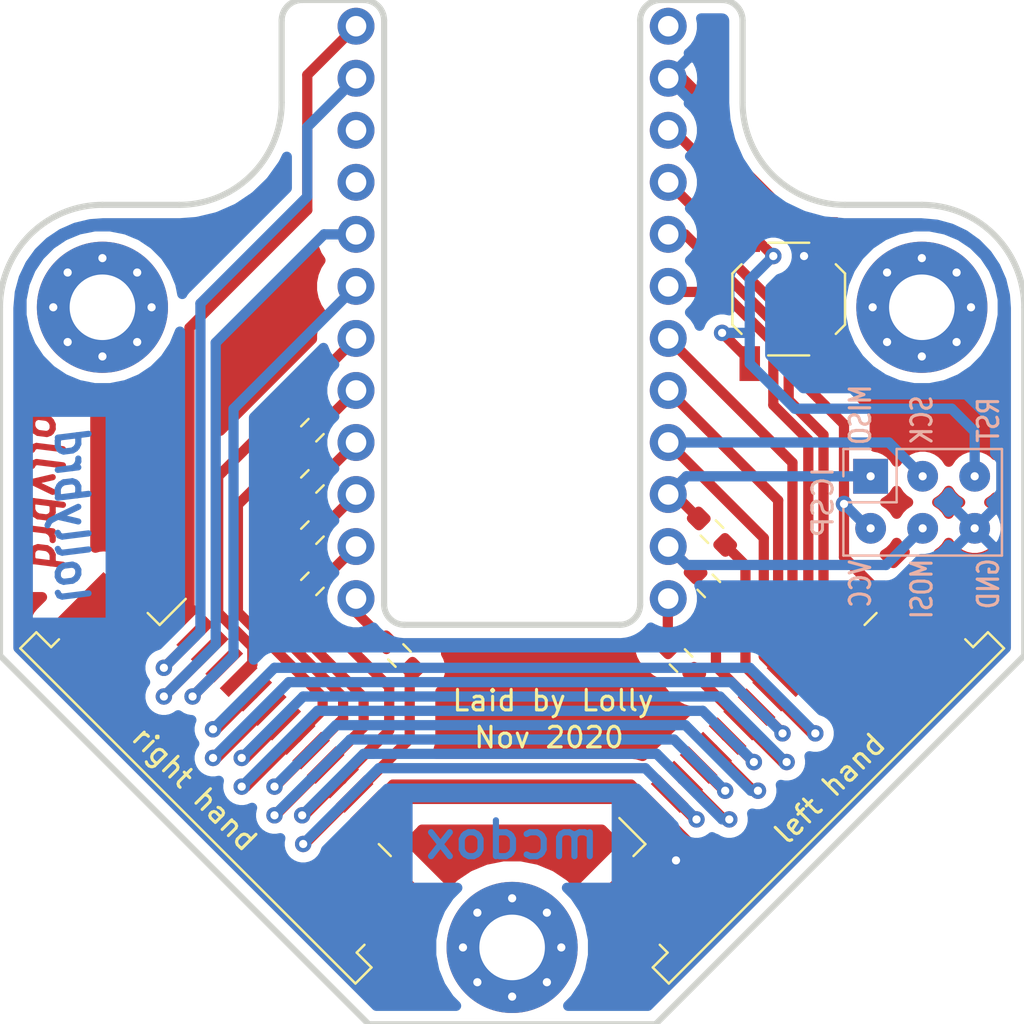
<source format=kicad_pcb>
(kicad_pcb (version 20171130) (host pcbnew 5.1.10-88a1d61d58~88~ubuntu18.04.1)

  (general
    (thickness 1.6)
    (drawings 50)
    (tracks 276)
    (zones 0)
    (modules 16)
    (nets 33)
  )

  (page A4)
  (layers
    (0 F.Cu signal hide)
    (31 B.Cu signal)
    (32 B.Adhes user hide)
    (33 F.Adhes user hide)
    (34 B.Paste user hide)
    (35 F.Paste user hide)
    (36 B.SilkS user hide)
    (37 F.SilkS user hide)
    (38 B.Mask user hide)
    (39 F.Mask user hide)
    (40 Dwgs.User user hide)
    (41 Cmts.User user hide)
    (42 Eco1.User user hide)
    (43 Eco2.User user)
    (44 Edge.Cuts user hide)
    (45 Margin user hide)
    (46 B.CrtYd user hide)
    (47 F.CrtYd user hide)
    (48 B.Fab user hide)
    (49 F.Fab user hide)
  )

  (setup
    (last_trace_width 0.25)
    (user_trace_width 0.5)
    (trace_clearance 0.2)
    (zone_clearance 1)
    (zone_45_only no)
    (trace_min 0.2)
    (via_size 0.8)
    (via_drill 0.4)
    (via_min_size 0.4)
    (via_min_drill 0.3)
    (uvia_size 0.3)
    (uvia_drill 0.1)
    (uvias_allowed no)
    (uvia_min_size 0.2)
    (uvia_min_drill 0.1)
    (edge_width 0.05)
    (segment_width 0.2)
    (pcb_text_width 0.3)
    (pcb_text_size 1.5 1.5)
    (mod_edge_width 0.15)
    (mod_text_size 1 1)
    (mod_text_width 0.15)
    (pad_size 1.7 1.7)
    (pad_drill 0.4)
    (pad_to_mask_clearance 0)
    (aux_axis_origin 0 0)
    (visible_elements FFFFFF7F)
    (pcbplotparams
      (layerselection 0x010f0_ffffffff)
      (usegerberextensions true)
      (usegerberattributes true)
      (usegerberadvancedattributes true)
      (creategerberjobfile true)
      (excludeedgelayer true)
      (linewidth 0.100000)
      (plotframeref false)
      (viasonmask false)
      (mode 1)
      (useauxorigin false)
      (hpglpennumber 1)
      (hpglpenspeed 20)
      (hpglpendiameter 15.000000)
      (psnegative false)
      (psa4output false)
      (plotreference true)
      (plotvalue true)
      (plotinvisibletext false)
      (padsonsilk false)
      (subtractmaskfromsilk true)
      (outputformat 1)
      (mirror false)
      (drillshape 0)
      (scaleselection 1)
      (outputdirectory "gbr/"))
  )

  (net 0 "")
  (net 1 row0)
  (net 2 row1)
  (net 3 row2)
  (net 4 row3)
  (net 5 row4)
  (net 6 col0)
  (net 7 col1)
  (net 8 col2)
  (net 9 col3)
  (net 10 col4)
  (net 11 col5)
  (net 12 col6)
  (net 13 col7)
  (net 14 "Net-(R2-Pad2)")
  (net 15 "Net-(R3-Pad2)")
  (net 16 "Net-(R4-Pad2)")
  (net 17 "Net-(R5-Pad2)")
  (net 18 GND)
  (net 19 row6)
  (net 20 row7)
  (net 21 row8)
  (net 22 row9)
  (net 23 "Net-(R6-Pad2)")
  (net 24 "Net-(R7-Pad2)")
  (net 25 "Net-(U1-Pad13)")
  (net 26 RST)
  (net 27 MOSI)
  (net 28 SCK)
  (net 29 VCC)
  (net 30 MISO)
  (net 31 "Net-(U1-Pad4)")
  (net 32 "Net-(U1-Pad3)")

  (net_class Default "This is the default net class."
    (clearance 0.2)
    (trace_width 0.25)
    (via_dia 0.8)
    (via_drill 0.4)
    (uvia_dia 0.3)
    (uvia_drill 0.1)
    (add_net GND)
    (add_net MISO)
    (add_net MOSI)
    (add_net "Net-(R2-Pad2)")
    (add_net "Net-(R3-Pad2)")
    (add_net "Net-(R4-Pad2)")
    (add_net "Net-(R5-Pad2)")
    (add_net "Net-(R6-Pad2)")
    (add_net "Net-(R7-Pad2)")
    (add_net "Net-(U1-Pad13)")
    (add_net "Net-(U1-Pad3)")
    (add_net "Net-(U1-Pad4)")
    (add_net RST)
    (add_net SCK)
    (add_net VCC)
    (add_net col0)
    (add_net col1)
    (add_net col2)
    (add_net col3)
    (add_net col4)
    (add_net col5)
    (add_net col6)
    (add_net col7)
    (add_net row0)
    (add_net row1)
    (add_net row2)
    (add_net row3)
    (add_net row4)
    (add_net row6)
    (add_net row7)
    (add_net row8)
    (add_net row9)
  )

  (module ctrl:ArduinoProMicro (layer F.Cu) (tedit 640E198D) (tstamp 5FB9BEF0)
    (at 225 115.25)
    (path /5FB71D0A)
    (fp_text reference U1 (at 0 1.27) (layer F.SilkS) hide
      (effects (font (size 1 1) (thickness 0.15)))
    )
    (fp_text value ArduinoProMicro (at 0 -1.27) (layer F.Fab) hide
      (effects (font (size 1 1) (thickness 0.15)))
    )
    (fp_line (start 9.525 15.875) (end 9.525 -17.78) (layer Eco2.User) (width 0.3))
    (fp_line (start -9.525 15.875) (end 9.525 15.875) (layer Eco2.User) (width 0.3))
    (fp_line (start -9.525 -17.78) (end -9.525 15.875) (layer Eco2.User) (width 0.3))
    (fp_line (start -8.89 -17.78) (end -8.89 15.24) (layer F.Fab) (width 0.12))
    (fp_line (start -8.89 15.24) (end 8.89 15.24) (layer F.Fab) (width 0.12))
    (fp_line (start 8.89 15.24) (end 8.89 -17.78) (layer F.Fab) (width 0.12))
    (fp_line (start 8.89 -17.78) (end -8.89 -17.78) (layer F.Fab) (width 0.12))
    (fp_line (start -6.35 -15.24) (end -6.35 15.24) (layer F.Fab) (width 0.12))
    (fp_line (start 6.35 -15.24) (end 6.35 15.24) (layer F.Fab) (width 0.12))
    (fp_line (start -8.89 -15.24) (end -6.35 -15.24) (layer F.Fab) (width 0.12))
    (fp_line (start 6.35 -15.24) (end 8.89 -15.24) (layer F.Fab) (width 0.12))
    (fp_line (start -3.81 -13.97) (end 3.81 -13.97) (layer F.Fab) (width 0.12))
    (fp_line (start 3.81 -13.97) (end 3.81 -17.78) (layer F.Fab) (width 0.12))
    (fp_line (start 3.81 -17.78) (end -3.81 -17.78) (layer F.Fab) (width 0.12))
    (fp_line (start -3.81 -17.78) (end -3.81 -13.97) (layer F.Fab) (width 0.12))
    (fp_line (start -4.445 7.62) (end -4.445 10.16) (layer F.Fab) (width 0.12))
    (fp_line (start -4.445 10.16) (end -3.175 10.16) (layer F.Fab) (width 0.12))
    (fp_line (start -3.175 10.16) (end -3.175 7.62) (layer F.Fab) (width 0.12))
    (fp_line (start -3.175 7.62) (end -4.445 7.62) (layer F.Fab) (width 0.12))
    (fp_line (start 4.445 10.16) (end 4.445 7.62) (layer F.Fab) (width 0.12))
    (fp_line (start 3.175 10.16) (end 4.445 10.16) (layer F.Fab) (width 0.12))
    (fp_line (start 4.445 7.62) (end 3.175 7.62) (layer F.Fab) (width 0.12))
    (fp_line (start 3.175 7.62) (end 3.175 10.16) (layer F.Fab) (width 0.12))
    (fp_line (start -5.08 1.27) (end 0 6.35) (layer F.Fab) (width 0.12))
    (fp_line (start 0 6.35) (end 5.08 1.27) (layer F.Fab) (width 0.12))
    (fp_line (start 5.08 1.27) (end 0 -3.81) (layer F.Fab) (width 0.12))
    (fp_line (start 0 -3.81) (end -5.08 1.27) (layer F.Fab) (width 0.12))
    (pad 24 thru_hole circle (at 7.62 13.97) (size 1.8 1.8) (drill 1) (layers *.Cu *.Mask)
      (net 14 "Net-(R2-Pad2)"))
    (pad 23 thru_hole circle (at 7.62 11.43) (size 1.8 1.8) (drill 1) (layers *.Cu *.Mask)
      (net 27 MOSI))
    (pad 22 thru_hole circle (at 7.62 8.89) (size 1.8 1.8) (drill 1) (layers *.Cu *.Mask)
      (net 30 MISO))
    (pad 21 thru_hole circle (at 7.62 6.35) (size 1.8 1.8) (drill 1) (layers *.Cu *.Mask)
      (net 28 SCK))
    (pad 20 thru_hole circle (at 7.62 3.81) (size 1.8 1.8) (drill 1) (layers *.Cu *.Mask)
      (net 19 row6))
    (pad 19 thru_hole circle (at 7.62 1.27) (size 1.8 1.8) (drill 1) (layers *.Cu *.Mask)
      (net 20 row7))
    (pad 18 thru_hole circle (at 7.62 -1.27) (size 1.8 1.8) (drill 1) (layers *.Cu *.Mask)
      (net 21 row8))
    (pad 17 thru_hole circle (at 7.62 -3.81) (size 1.8 1.8) (drill 1) (layers *.Cu *.Mask)
      (net 22 row9))
    (pad 16 thru_hole circle (at 7.62 -6.35) (size 1.8 1.8) (drill 1) (layers *.Cu *.Mask)
      (net 29 VCC))
    (pad 15 thru_hole circle (at 7.62 -8.89) (size 1.8 1.8) (drill 1) (layers *.Cu *.Mask)
      (net 26 RST))
    (pad 14 thru_hole circle (at 7.62 -11.43) (size 1.8 1.8) (drill 1) (layers *.Cu *.Mask)
      (net 18 GND))
    (pad 13 thru_hole circle (at 7.62 -13.97) (size 1.8 1.8) (drill 1) (layers *.Cu *.Mask)
      (net 25 "Net-(U1-Pad13)"))
    (pad 12 thru_hole circle (at -7.62 13.97) (size 1.8 1.8) (drill 1) (layers *.Cu *.Mask)
      (net 15 "Net-(R3-Pad2)"))
    (pad 11 thru_hole circle (at -7.62 11.43) (size 1.8 1.8) (drill 1) (layers *.Cu *.Mask)
      (net 16 "Net-(R4-Pad2)"))
    (pad 10 thru_hole circle (at -7.62 8.89) (size 1.8 1.8) (drill 1) (layers *.Cu *.Mask)
      (net 17 "Net-(R5-Pad2)"))
    (pad 9 thru_hole circle (at -7.62 6.35) (size 1.8 1.8) (drill 1) (layers *.Cu *.Mask)
      (net 23 "Net-(R6-Pad2)"))
    (pad 8 thru_hole circle (at -7.62 3.81) (size 1.8 1.8) (drill 1) (layers *.Cu *.Mask)
      (net 24 "Net-(R7-Pad2)"))
    (pad 7 thru_hole circle (at -7.62 1.27) (size 1.8 1.8) (drill 1) (layers *.Cu *.Mask)
      (net 5 row4))
    (pad 6 thru_hole circle (at -7.62 -1.27) (size 1.8 1.8) (drill 1) (layers *.Cu *.Mask)
      (net 4 row3))
    (pad 5 thru_hole circle (at -7.62 -3.81) (size 1.8 1.8) (drill 1) (layers *.Cu *.Mask)
      (net 3 row2))
    (pad 4 thru_hole circle (at -7.62 -6.35) (size 1.8 1.8) (drill 1) (layers *.Cu *.Mask)
      (net 31 "Net-(U1-Pad4)"))
    (pad 3 thru_hole circle (at -7.62 -8.89) (size 1.8 1.8) (drill 1) (layers *.Cu *.Mask)
      (net 32 "Net-(U1-Pad3)"))
    (pad 2 thru_hole circle (at -7.62 -11.43) (size 1.8 1.8) (drill 1) (layers *.Cu *.Mask)
      (net 2 row1))
    (pad 1 thru_hole circle (at -7.62 -13.97) (size 1.8 1.8) (drill 1) (layers *.Cu *.Mask)
      (net 1 row0))
  )

  (module ctrl:MountingHole_3.2mm_M3_Pad_Via locked (layer F.Cu) (tedit 640E15A8) (tstamp 5FB75ED1)
    (at 245 115)
    (descr "Mounting Hole 3.2mm, M3")
    (tags "mounting hole 3.2mm m3")
    (attr virtual)
    (fp_text reference REF** (at 0 -4.2) (layer F.SilkS) hide
      (effects (font (size 1 1) (thickness 0.15)))
    )
    (fp_text value MountingHole_3.2mm_M3_Pad_Via (at 0 4.2) (layer F.Fab) hide
      (effects (font (size 1 1) (thickness 0.15)))
    )
    (fp_text user %R (at 0.3 0) (layer F.Fab) hide
      (effects (font (size 1 1) (thickness 0.15)))
    )
    (fp_circle (center 0 0) (end 1.6 0) (layer Eco2.User) (width 0.3))
    (fp_circle (center 0 0) (end 3.2 0) (layer Cmts.User) (width 0.15))
    (pad 1 thru_hole circle (at 0 0) (size 6.4 6.4) (drill 3.2) (layers *.Cu *.Mask))
    (pad 1 thru_hole circle (at 2.4 0) (size 0.8 0.8) (drill 0.4) (layers *.Cu *.Mask))
    (pad 1 thru_hole circle (at 1.697056 1.697056) (size 0.8 0.8) (drill 0.4) (layers *.Cu *.Mask))
    (pad 1 thru_hole circle (at 0 2.4) (size 0.8 0.8) (drill 0.4) (layers *.Cu *.Mask))
    (pad 1 thru_hole circle (at -1.697056 1.697056) (size 0.8 0.8) (drill 0.4) (layers *.Cu *.Mask))
    (pad 1 thru_hole circle (at -2.4 0) (size 0.8 0.8) (drill 0.4) (layers *.Cu *.Mask))
    (pad 1 thru_hole circle (at -1.697056 -1.697056) (size 0.8 0.8) (drill 0.4) (layers *.Cu *.Mask))
    (pad 1 thru_hole circle (at 0 -2.4) (size 0.8 0.8) (drill 0.4) (layers *.Cu *.Mask))
    (pad 1 thru_hole circle (at 1.697056 -1.697056) (size 0.8 0.8) (drill 0.4) (layers *.Cu *.Mask))
  )

  (module ctrl:MountingHole_3.2mm_M3_Pad_Via locked (layer F.Cu) (tedit 640E15A8) (tstamp 5FB75E98)
    (at 205 115)
    (descr "Mounting Hole 3.2mm, M3")
    (tags "mounting hole 3.2mm m3")
    (attr virtual)
    (fp_text reference REF** (at 0 -4.2) (layer F.SilkS) hide
      (effects (font (size 1 1) (thickness 0.15)))
    )
    (fp_text value MountingHole_3.2mm_M3_Pad_Via (at 0 4.2) (layer F.Fab) hide
      (effects (font (size 1 1) (thickness 0.15)))
    )
    (fp_text user %R (at 0.3 0) (layer F.Fab) hide
      (effects (font (size 1 1) (thickness 0.15)))
    )
    (fp_circle (center 0 0) (end 1.6 0) (layer Eco2.User) (width 0.3))
    (fp_circle (center 0 0) (end 3.2 0) (layer Cmts.User) (width 0.15))
    (pad 1 thru_hole circle (at 0 0) (size 6.4 6.4) (drill 3.2) (layers *.Cu *.Mask))
    (pad 1 thru_hole circle (at 2.4 0) (size 0.8 0.8) (drill 0.4) (layers *.Cu *.Mask))
    (pad 1 thru_hole circle (at 1.697056 1.697056) (size 0.8 0.8) (drill 0.4) (layers *.Cu *.Mask))
    (pad 1 thru_hole circle (at 0 2.4) (size 0.8 0.8) (drill 0.4) (layers *.Cu *.Mask))
    (pad 1 thru_hole circle (at -1.697056 1.697056) (size 0.8 0.8) (drill 0.4) (layers *.Cu *.Mask))
    (pad 1 thru_hole circle (at -2.4 0) (size 0.8 0.8) (drill 0.4) (layers *.Cu *.Mask))
    (pad 1 thru_hole circle (at -1.697056 -1.697056) (size 0.8 0.8) (drill 0.4) (layers *.Cu *.Mask))
    (pad 1 thru_hole circle (at 0 -2.4) (size 0.8 0.8) (drill 0.4) (layers *.Cu *.Mask))
    (pad 1 thru_hole circle (at 1.697056 -1.697056) (size 0.8 0.8) (drill 0.4) (layers *.Cu *.Mask))
  )

  (module ctrl:MountingHole_3.2mm_M3_Pad_Via locked (layer F.Cu) (tedit 640E15A8) (tstamp 5FB75E5F)
    (at 225 146.25)
    (descr "Mounting Hole 3.2mm, M3")
    (tags "mounting hole 3.2mm m3")
    (attr virtual)
    (fp_text reference REF** (at 0 -4.2) (layer F.SilkS) hide
      (effects (font (size 1 1) (thickness 0.15)))
    )
    (fp_text value MountingHole_3.2mm_M3_Pad_Via (at 0 4.2) (layer F.Fab) hide
      (effects (font (size 1 1) (thickness 0.15)))
    )
    (fp_text user %R (at 0.3 0) (layer F.Fab) hide
      (effects (font (size 1 1) (thickness 0.15)))
    )
    (fp_circle (center 0 0) (end 1.6 0) (layer Eco2.User) (width 0.3))
    (fp_circle (center 0 0) (end 3.2 0) (layer Cmts.User) (width 0.15))
    (pad 1 thru_hole circle (at 0 0) (size 6.4 6.4) (drill 3.2) (layers *.Cu *.Mask))
    (pad 1 thru_hole circle (at 2.4 0) (size 0.8 0.8) (drill 0.4) (layers *.Cu *.Mask))
    (pad 1 thru_hole circle (at 1.697056 1.697056) (size 0.8 0.8) (drill 0.4) (layers *.Cu *.Mask))
    (pad 1 thru_hole circle (at 0 2.4) (size 0.8 0.8) (drill 0.4) (layers *.Cu *.Mask))
    (pad 1 thru_hole circle (at -1.697056 1.697056) (size 0.8 0.8) (drill 0.4) (layers *.Cu *.Mask))
    (pad 1 thru_hole circle (at -2.4 0) (size 0.8 0.8) (drill 0.4) (layers *.Cu *.Mask))
    (pad 1 thru_hole circle (at -1.697056 -1.697056) (size 0.8 0.8) (drill 0.4) (layers *.Cu *.Mask))
    (pad 1 thru_hole circle (at 0 -2.4) (size 0.8 0.8) (drill 0.4) (layers *.Cu *.Mask))
    (pad 1 thru_hole circle (at 1.697056 -1.697056) (size 0.8 0.8) (drill 0.4) (layers *.Cu *.Mask))
  )

  (module ctrl:R_0603_1608Metric_Pad0.98x0.95mm_HandSolder (layer F.Cu) (tedit 5F68FEEE) (tstamp 5FB92C05)
    (at 215.25 123.5 45)
    (descr "Resistor SMD 0603 (1608 Metric), square (rectangular) end terminal, IPC_7351 nominal with elongated pad for handsoldering. (Body size source: IPC-SM-782 page 72, https://www.pcb-3d.com/wordpress/wp-content/uploads/ipc-sm-782a_amendment_1_and_2.pdf), generated with kicad-footprint-generator")
    (tags "resistor handsolder")
    (path /5FBBA53E)
    (attr smd)
    (fp_text reference R6 (at 0 1.5 225) (layer F.SilkS) hide
      (effects (font (size 1 1) (thickness 0.15)))
    )
    (fp_text value 220 (at 0 1.43 225) (layer F.Fab) hide
      (effects (font (size 1 1) (thickness 0.15)))
    )
    (fp_line (start 1.65 0.73) (end -1.65 0.73) (layer F.CrtYd) (width 0.05))
    (fp_line (start 1.65 -0.73) (end 1.65 0.73) (layer F.CrtYd) (width 0.05))
    (fp_line (start -1.65 -0.73) (end 1.65 -0.73) (layer F.CrtYd) (width 0.05))
    (fp_line (start -1.65 0.73) (end -1.65 -0.73) (layer F.CrtYd) (width 0.05))
    (fp_line (start -0.254724 0.5225) (end 0.254724 0.5225) (layer F.SilkS) (width 0.12))
    (fp_line (start -0.254724 -0.5225) (end 0.254724 -0.5225) (layer F.SilkS) (width 0.12))
    (fp_line (start 0.8 0.4125) (end -0.8 0.4125) (layer F.Fab) (width 0.1))
    (fp_line (start 0.8 -0.4125) (end 0.8 0.4125) (layer F.Fab) (width 0.1))
    (fp_line (start -0.8 -0.4125) (end 0.8 -0.4125) (layer F.Fab) (width 0.1))
    (fp_line (start -0.8 0.4125) (end -0.8 -0.4125) (layer F.Fab) (width 0.1))
    (fp_text user %R (at 0 0 225) (layer F.Fab)
      (effects (font (size 0.4 0.4) (thickness 0.06)))
    )
    (pad 2 smd roundrect (at 0.9125 0 45) (size 0.975 0.95) (layers F.Cu F.Paste F.Mask) (roundrect_rratio 0.25)
      (net 23 "Net-(R6-Pad2)"))
    (pad 1 smd roundrect (at -0.9125 0 45) (size 0.975 0.95) (layers F.Cu F.Paste F.Mask) (roundrect_rratio 0.25)
      (net 10 col4))
    (model ${KISYS3DMOD}/Resistor_SMD.3dshapes/R_0603_1608Metric.wrl
      (at (xyz 0 0 0))
      (scale (xyz 1 1 1))
      (rotate (xyz 0 0 0))
    )
  )

  (module ctrl:R_0603_1608Metric_Pad0.98x0.95mm_HandSolder (layer F.Cu) (tedit 5F68FEEE) (tstamp 5FB92BE3)
    (at 215.25 128.5 45)
    (descr "Resistor SMD 0603 (1608 Metric), square (rectangular) end terminal, IPC_7351 nominal with elongated pad for handsoldering. (Body size source: IPC-SM-782 page 72, https://www.pcb-3d.com/wordpress/wp-content/uploads/ipc-sm-782a_amendment_1_and_2.pdf), generated with kicad-footprint-generator")
    (tags "resistor handsolder")
    (path /5FBBA532)
    (attr smd)
    (fp_text reference R4 (at 0 1.5 225) (layer F.SilkS) hide
      (effects (font (size 1 1) (thickness 0.15)))
    )
    (fp_text value 220 (at 0 1.43 225) (layer F.Fab) hide
      (effects (font (size 1 1) (thickness 0.15)))
    )
    (fp_line (start 1.65 0.73) (end -1.65 0.73) (layer F.CrtYd) (width 0.05))
    (fp_line (start 1.65 -0.73) (end 1.65 0.73) (layer F.CrtYd) (width 0.05))
    (fp_line (start -1.65 -0.73) (end 1.65 -0.73) (layer F.CrtYd) (width 0.05))
    (fp_line (start -1.65 0.73) (end -1.65 -0.73) (layer F.CrtYd) (width 0.05))
    (fp_line (start -0.254724 0.5225) (end 0.254724 0.5225) (layer F.SilkS) (width 0.12))
    (fp_line (start -0.254724 -0.5225) (end 0.254724 -0.5225) (layer F.SilkS) (width 0.12))
    (fp_line (start 0.8 0.4125) (end -0.8 0.4125) (layer F.Fab) (width 0.1))
    (fp_line (start 0.8 -0.4125) (end 0.8 0.4125) (layer F.Fab) (width 0.1))
    (fp_line (start -0.8 -0.4125) (end 0.8 -0.4125) (layer F.Fab) (width 0.1))
    (fp_line (start -0.8 0.4125) (end -0.8 -0.4125) (layer F.Fab) (width 0.1))
    (fp_text user %R (at 0 0 225) (layer F.Fab)
      (effects (font (size 0.4 0.4) (thickness 0.06)))
    )
    (pad 2 smd roundrect (at 0.9125 0 45) (size 0.975 0.95) (layers F.Cu F.Paste F.Mask) (roundrect_rratio 0.25)
      (net 16 "Net-(R4-Pad2)"))
    (pad 1 smd roundrect (at -0.9125 0 45) (size 0.975 0.95) (layers F.Cu F.Paste F.Mask) (roundrect_rratio 0.25)
      (net 12 col6))
    (model ${KISYS3DMOD}/Resistor_SMD.3dshapes/R_0603_1608Metric.wrl
      (at (xyz 0 0 0))
      (scale (xyz 1 1 1))
      (rotate (xyz 0 0 0))
    )
  )

  (module ctrl:TE_1-84953-5_1x15-1MP_P1.0mm_Horizontal (layer F.Cu) (tedit 5AEE14E3) (tstamp 5FB75BE7)
    (at 212.5 136.5 315)
    (descr "TE FPC connector, 15 top-side contacts, 1.0mm pitch, 1.0mm height, SMT, http://www.te.com/commerce/DocumentDelivery/DDEController?Action=srchrtrv&DocNm=84953&DocType=Customer+Drawing&DocLang=English&DocFormat=pdf&PartCntxt=84953-4")
    (tags "te fpc 84953")
    (path /5FBD26A4)
    (attr smd)
    (fp_text reference Jright1 (at 0 -4 135) (layer F.SilkS) hide
      (effects (font (size 1 1) (thickness 0.15)))
    )
    (fp_text value Conn_01x15 (at 0 7.7 135) (layer F.Fab) hide
      (effects (font (size 1 1) (thickness 0.15)))
    )
    (fp_line (start -10.435 -0.8) (end 10.435 -0.8) (layer F.Fab) (width 0.1))
    (fp_line (start 10.435 -0.8) (end 10.435 3.71) (layer F.Fab) (width 0.1))
    (fp_line (start 10.435 3.71) (end 11.46 3.71) (layer F.Fab) (width 0.1))
    (fp_line (start 11.46 3.71) (end 11.46 4.6) (layer F.Fab) (width 0.1))
    (fp_line (start 11.46 4.6) (end -11.46 4.6) (layer F.Fab) (width 0.1))
    (fp_line (start -11.46 4.6) (end -11.46 3.71) (layer F.Fab) (width 0.1))
    (fp_line (start -11.46 3.71) (end -10.435 3.71) (layer F.Fab) (width 0.1))
    (fp_line (start -10.435 3.71) (end -10.435 -0.8) (layer F.Fab) (width 0.1))
    (fp_line (start -7.5 -0.8) (end -7 0.2) (layer F.Fab) (width 0.1))
    (fp_line (start -7 0.2) (end -6.5 -0.8) (layer F.Fab) (width 0.1))
    (fp_line (start 10.435 4.6) (end 10.435 5.61) (layer F.Fab) (width 0.1))
    (fp_line (start 10.435 5.61) (end 11.46 5.61) (layer F.Fab) (width 0.1))
    (fp_line (start 11.46 5.61) (end 11.46 6.5) (layer F.Fab) (width 0.1))
    (fp_line (start 11.46 6.5) (end -11.46 6.5) (layer F.Fab) (width 0.1))
    (fp_line (start -11.46 6.5) (end -11.46 5.61) (layer F.Fab) (width 0.1))
    (fp_line (start -11.46 5.61) (end -10.435 5.61) (layer F.Fab) (width 0.1))
    (fp_line (start -10.435 5.61) (end -10.435 4.6) (layer F.Fab) (width 0.1))
    (fp_line (start 10.545 3.06) (end 10.545 3.6) (layer F.SilkS) (width 0.12))
    (fp_line (start 10.545 3.6) (end 11.57 3.6) (layer F.SilkS) (width 0.12))
    (fp_line (start 11.57 3.6) (end 11.57 4.71) (layer F.SilkS) (width 0.12))
    (fp_line (start 11.57 4.71) (end -11.57 4.71) (layer F.SilkS) (width 0.12))
    (fp_line (start -11.57 4.71) (end -11.57 3.6) (layer F.SilkS) (width 0.12))
    (fp_line (start -11.57 3.6) (end -10.545 3.6) (layer F.SilkS) (width 0.12))
    (fp_line (start -10.545 3.6) (end -10.545 3.06) (layer F.SilkS) (width 0.12))
    (fp_line (start -8.39 -0.91) (end -7.565 -0.91) (layer F.SilkS) (width 0.12))
    (fp_line (start -7.565 -0.91) (end -7.565 -2.71) (layer F.SilkS) (width 0.12))
    (fp_line (start 7.565 -0.91) (end 8.39 -0.91) (layer F.SilkS) (width 0.12))
    (fp_line (start -11.96 -3.3) (end -11.96 7) (layer F.CrtYd) (width 0.05))
    (fp_line (start -11.96 7) (end 11.96 7) (layer F.CrtYd) (width 0.05))
    (fp_line (start 11.96 7) (end 11.96 -3.3) (layer F.CrtYd) (width 0.05))
    (fp_line (start 11.96 -3.3) (end -11.96 -3.3) (layer F.CrtYd) (width 0.05))
    (fp_text user %R (at 0 1.9 135) (layer F.Fab) hide
      (effects (font (size 1 1) (thickness 0.15)))
    )
    (pad MP smd rect (at 9.99 1 315) (size 2.68 3.6) (layers F.Cu F.Paste F.Mask))
    (pad MP smd rect (at -9.99 1 315) (size 2.68 3.6) (layers F.Cu F.Paste F.Mask))
    (pad 15 smd rect (at 7 -1.8 315) (size 0.61 2) (layers F.Cu F.Paste F.Mask)
      (net 18 GND))
    (pad 14 smd rect (at 6 -1.8 315) (size 0.61 2) (layers F.Cu F.Paste F.Mask)
      (net 29 VCC))
    (pad 13 smd rect (at 5 -1.8 315) (size 0.61 2) (layers F.Cu F.Paste F.Mask)
      (net 13 col7))
    (pad 12 smd rect (at 4 -1.8 315) (size 0.61 2) (layers F.Cu F.Paste F.Mask)
      (net 12 col6))
    (pad 11 smd rect (at 3 -1.8 315) (size 0.61 2) (layers F.Cu F.Paste F.Mask)
      (net 11 col5))
    (pad 10 smd rect (at 2 -1.8 315) (size 0.61 2) (layers F.Cu F.Paste F.Mask)
      (net 10 col4))
    (pad 9 smd rect (at 1 -1.8 315) (size 0.61 2) (layers F.Cu F.Paste F.Mask)
      (net 9 col3))
    (pad 8 smd rect (at 0 -1.8 315) (size 0.61 2) (layers F.Cu F.Paste F.Mask)
      (net 8 col2))
    (pad 7 smd rect (at -1 -1.8 315) (size 0.61 2) (layers F.Cu F.Paste F.Mask)
      (net 7 col1))
    (pad 6 smd rect (at -2 -1.8 315) (size 0.61 2) (layers F.Cu F.Paste F.Mask)
      (net 6 col0))
    (pad 5 smd rect (at -3 -1.8 315) (size 0.61 2) (layers F.Cu F.Paste F.Mask)
      (net 5 row4))
    (pad 4 smd rect (at -4 -1.8 315) (size 0.61 2) (layers F.Cu F.Paste F.Mask)
      (net 4 row3))
    (pad 3 smd rect (at -5 -1.8 315) (size 0.61 2) (layers F.Cu F.Paste F.Mask)
      (net 3 row2))
    (pad 2 smd rect (at -6 -1.8 315) (size 0.61 2) (layers F.Cu F.Paste F.Mask)
      (net 2 row1))
    (pad 1 smd rect (at -7 -1.8 315) (size 0.61 2) (layers F.Cu F.Paste F.Mask)
      (net 1 row0))
    (model ${KISYS3DMOD}/Connector_FFC-FPC.3dshapes/TE_1-84953-5_1x15-1MP_P1.0mm_Horizontal.wrl
      (at (xyz 0 0 0))
      (scale (xyz 1 1 1))
      (rotate (xyz 0 0 0))
    )
  )

  (module Button_Switch_SMD:SW_SPST_TL3342 (layer F.Cu) (tedit 5A02FC95) (tstamp 5FBA2A93)
    (at 238.5 114.6 90)
    (descr "Low-profile SMD Tactile Switch, https://www.e-switch.com/system/asset/product_line/data_sheet/165/TL3342.pdf")
    (tags "SPST Tactile Switch")
    (path /5FC5EBEC)
    (attr smd)
    (fp_text reference SW1 (at 0 -3.75 270) (layer F.SilkS) hide
      (effects (font (size 1 1) (thickness 0.15)))
    )
    (fp_text value SW_Push (at 0 3.75 270) (layer F.Fab)
      (effects (font (size 1 1) (thickness 0.15)))
    )
    (fp_circle (center 0 0) (end 1 0) (layer F.Fab) (width 0.1))
    (fp_line (start -4.25 3) (end -4.25 -3) (layer F.CrtYd) (width 0.05))
    (fp_line (start 4.25 3) (end -4.25 3) (layer F.CrtYd) (width 0.05))
    (fp_line (start 4.25 -3) (end 4.25 3) (layer F.CrtYd) (width 0.05))
    (fp_line (start -4.25 -3) (end 4.25 -3) (layer F.CrtYd) (width 0.05))
    (fp_line (start -1.2 -2.6) (end -2.6 -1.2) (layer F.Fab) (width 0.1))
    (fp_line (start 1.2 -2.6) (end -1.2 -2.6) (layer F.Fab) (width 0.1))
    (fp_line (start 2.6 -1.2) (end 1.2 -2.6) (layer F.Fab) (width 0.1))
    (fp_line (start 2.6 1.2) (end 2.6 -1.2) (layer F.Fab) (width 0.1))
    (fp_line (start 1.2 2.6) (end 2.6 1.2) (layer F.Fab) (width 0.1))
    (fp_line (start -1.2 2.6) (end 1.2 2.6) (layer F.Fab) (width 0.1))
    (fp_line (start -2.6 1.2) (end -1.2 2.6) (layer F.Fab) (width 0.1))
    (fp_line (start -2.6 -1.2) (end -2.6 1.2) (layer F.Fab) (width 0.1))
    (fp_line (start -1.25 -2.75) (end 1.25 -2.75) (layer F.SilkS) (width 0.12))
    (fp_line (start -2.75 -1) (end -2.75 1) (layer F.SilkS) (width 0.12))
    (fp_line (start -1.25 2.75) (end 1.25 2.75) (layer F.SilkS) (width 0.12))
    (fp_line (start 2.75 -1) (end 2.75 1) (layer F.SilkS) (width 0.12))
    (fp_line (start -2 1) (end -2 -1) (layer F.Fab) (width 0.1))
    (fp_line (start -1 2) (end -2 1) (layer F.Fab) (width 0.1))
    (fp_line (start 1 2) (end -1 2) (layer F.Fab) (width 0.1))
    (fp_line (start 2 1) (end 1 2) (layer F.Fab) (width 0.1))
    (fp_line (start 2 -1) (end 2 1) (layer F.Fab) (width 0.1))
    (fp_line (start 1 -2) (end 2 -1) (layer F.Fab) (width 0.1))
    (fp_line (start -1 -2) (end 1 -2) (layer F.Fab) (width 0.1))
    (fp_line (start -2 -1) (end -1 -2) (layer F.Fab) (width 0.1))
    (fp_line (start -1.7 -2.3) (end -1.25 -2.75) (layer F.SilkS) (width 0.12))
    (fp_line (start 1.7 -2.3) (end 1.25 -2.75) (layer F.SilkS) (width 0.12))
    (fp_line (start 1.7 2.3) (end 1.25 2.75) (layer F.SilkS) (width 0.12))
    (fp_line (start -1.7 2.3) (end -1.25 2.75) (layer F.SilkS) (width 0.12))
    (fp_line (start 3.2 1.6) (end 2.2 1.6) (layer F.Fab) (width 0.1))
    (fp_line (start 2.7 2.1) (end 2.7 1.6) (layer F.Fab) (width 0.1))
    (fp_line (start 1.7 2.1) (end 3.2 2.1) (layer F.Fab) (width 0.1))
    (fp_line (start -1.7 2.1) (end -3.2 2.1) (layer F.Fab) (width 0.1))
    (fp_line (start -3.2 1.6) (end -2.2 1.6) (layer F.Fab) (width 0.1))
    (fp_line (start -2.7 2.1) (end -2.7 1.6) (layer F.Fab) (width 0.1))
    (fp_line (start -3.2 -1.6) (end -2.2 -1.6) (layer F.Fab) (width 0.1))
    (fp_line (start -1.7 -2.1) (end -3.2 -2.1) (layer F.Fab) (width 0.1))
    (fp_line (start -2.7 -2.1) (end -2.7 -1.6) (layer F.Fab) (width 0.1))
    (fp_line (start 3.2 -1.6) (end 2.2 -1.6) (layer F.Fab) (width 0.1))
    (fp_line (start 1.7 -2.1) (end 3.2 -2.1) (layer F.Fab) (width 0.1))
    (fp_line (start 2.7 -2.1) (end 2.7 -1.6) (layer F.Fab) (width 0.1))
    (fp_line (start -3.2 -2.1) (end -3.2 -1.6) (layer F.Fab) (width 0.1))
    (fp_line (start -3.2 2.1) (end -3.2 1.6) (layer F.Fab) (width 0.1))
    (fp_line (start 3.2 -2.1) (end 3.2 -1.6) (layer F.Fab) (width 0.1))
    (fp_line (start 3.2 2.1) (end 3.2 1.6) (layer F.Fab) (width 0.1))
    (fp_text user %R (at 0 -3.75 270) (layer F.Fab)
      (effects (font (size 1 1) (thickness 0.15)))
    )
    (pad 1 smd rect (at -3.15 -1.9 90) (size 1.7 1) (layers F.Cu F.Paste F.Mask)
      (net 26 RST))
    (pad 1 smd rect (at 3.15 -1.9 90) (size 1.7 1) (layers F.Cu F.Paste F.Mask)
      (net 26 RST))
    (pad 2 smd rect (at -3.15 1.9 90) (size 1.7 1) (layers F.Cu F.Paste F.Mask)
      (net 18 GND))
    (pad 2 smd rect (at 3.15 1.9 90) (size 1.7 1) (layers F.Cu F.Paste F.Mask)
      (net 18 GND))
    (model ${KISYS3DMOD}/Button_Switch_SMD.3dshapes/SW_SPST_TL3342.wrl
      (at (xyz 0 0 0))
      (scale (xyz 1 1 1))
      (rotate (xyz 0 0 0))
    )
  )

  (module Connector_PinHeader_2.54mm:PinHeader_2x03_P2.54mm_Vertical (layer B.Cu) (tedit 5FBC1324) (tstamp 5FBA288D)
    (at 242.5 123.25 270)
    (descr "Through hole straight pin header, 2x03, 2.54mm pitch, double rows")
    (tags "Through hole pin header THT 2x03 2.54mm double row")
    (path /5FC88CD0)
    (fp_text reference ICSP (at 1.27 2.33 90) (layer B.SilkS)
      (effects (font (size 1 1) (thickness 0.15)) (justify mirror))
    )
    (fp_text value Conn_02x03_Odd_Even (at 1.27 -7.41 90) (layer B.Fab)
      (effects (font (size 1 1) (thickness 0.15)) (justify mirror))
    )
    (fp_line (start 0 1.27) (end 3.81 1.27) (layer B.Fab) (width 0.1))
    (fp_line (start 3.81 1.27) (end 3.81 -6.35) (layer B.Fab) (width 0.1))
    (fp_line (start 3.81 -6.35) (end -1.27 -6.35) (layer B.Fab) (width 0.1))
    (fp_line (start -1.27 -6.35) (end -1.27 0) (layer B.Fab) (width 0.1))
    (fp_line (start -1.27 0) (end 0 1.27) (layer B.Fab) (width 0.1))
    (fp_line (start -1.33 -6.41) (end 3.87 -6.41) (layer B.SilkS) (width 0.12))
    (fp_line (start -1.33 -1.27) (end -1.33 -6.41) (layer B.SilkS) (width 0.12))
    (fp_line (start 3.87 1.33) (end 3.87 -6.41) (layer B.SilkS) (width 0.12))
    (fp_line (start -1.33 -1.27) (end 1.27 -1.27) (layer B.SilkS) (width 0.12))
    (fp_line (start 1.27 -1.27) (end 1.27 1.33) (layer B.SilkS) (width 0.12))
    (fp_line (start 1.27 1.33) (end 3.87 1.33) (layer B.SilkS) (width 0.12))
    (fp_line (start -1.33 0) (end -1.33 1.33) (layer B.SilkS) (width 0.12))
    (fp_line (start -1.33 1.33) (end 0 1.33) (layer B.SilkS) (width 0.12))
    (fp_line (start -1.8 1.8) (end -1.8 -6.85) (layer B.CrtYd) (width 0.05))
    (fp_line (start -1.8 -6.85) (end 4.35 -6.85) (layer B.CrtYd) (width 0.05))
    (fp_line (start 4.35 -6.85) (end 4.35 1.8) (layer B.CrtYd) (width 0.05))
    (fp_line (start 4.35 1.8) (end -1.8 1.8) (layer B.CrtYd) (width 0.05))
    (fp_text user %R (at 1.27 -2.54 180) (layer B.Fab)
      (effects (font (size 1 1) (thickness 0.15)) (justify mirror))
    )
    (pad 6 thru_hole circle (at 2.54 -5.08 270) (size 1.5 1.5) (drill 0.4) (layers B.Cu B.Mask)
      (net 18 GND))
    (pad 5 thru_hole circle (at 0 -5.08 270) (size 1.5 1.5) (drill 0.4) (layers B.Cu B.Mask)
      (net 26 RST))
    (pad 4 thru_hole circle (at 2.54 -2.54 270) (size 1.5 1.5) (drill 0.4) (layers B.Cu B.Mask)
      (net 27 MOSI))
    (pad 3 thru_hole circle (at 0 -2.54 270) (size 1.5 1.5) (drill 0.4) (layers B.Cu B.Mask)
      (net 28 SCK))
    (pad 2 thru_hole circle (at 2.54 0 270) (size 1.5 1.5) (drill 0.4) (layers B.Cu B.Mask)
      (net 29 VCC))
    (pad 1 thru_hole rect (at 0 0 270) (size 1.7 1.7) (drill 0.4) (layers B.Cu B.Mask)
      (net 30 MISO))
  )

  (module ctrl:R_0603_1608Metric_Pad0.98x0.95mm_HandSolder (layer F.Cu) (tedit 5F68FEEE) (tstamp 5FB92C16)
    (at 215.25 121 45)
    (descr "Resistor SMD 0603 (1608 Metric), square (rectangular) end terminal, IPC_7351 nominal with elongated pad for handsoldering. (Body size source: IPC-SM-782 page 72, https://www.pcb-3d.com/wordpress/wp-content/uploads/ipc-sm-782a_amendment_1_and_2.pdf), generated with kicad-footprint-generator")
    (tags "resistor handsolder")
    (path /5FBBA544)
    (attr smd)
    (fp_text reference R7 (at 0 1.5 225) (layer F.SilkS) hide
      (effects (font (size 1 1) (thickness 0.15)))
    )
    (fp_text value 220 (at 0 1.43 225) (layer F.Fab) hide
      (effects (font (size 1 1) (thickness 0.15)))
    )
    (fp_line (start 1.65 0.73) (end -1.65 0.73) (layer F.CrtYd) (width 0.05))
    (fp_line (start 1.65 -0.73) (end 1.65 0.73) (layer F.CrtYd) (width 0.05))
    (fp_line (start -1.65 -0.73) (end 1.65 -0.73) (layer F.CrtYd) (width 0.05))
    (fp_line (start -1.65 0.73) (end -1.65 -0.73) (layer F.CrtYd) (width 0.05))
    (fp_line (start -0.254724 0.5225) (end 0.254724 0.5225) (layer F.SilkS) (width 0.12))
    (fp_line (start -0.254724 -0.5225) (end 0.254724 -0.5225) (layer F.SilkS) (width 0.12))
    (fp_line (start 0.8 0.4125) (end -0.8 0.4125) (layer F.Fab) (width 0.1))
    (fp_line (start 0.8 -0.4125) (end 0.8 0.4125) (layer F.Fab) (width 0.1))
    (fp_line (start -0.8 -0.4125) (end 0.8 -0.4125) (layer F.Fab) (width 0.1))
    (fp_line (start -0.8 0.4125) (end -0.8 -0.4125) (layer F.Fab) (width 0.1))
    (fp_text user %R (at 0 0 225) (layer F.Fab)
      (effects (font (size 0.4 0.4) (thickness 0.06)))
    )
    (pad 2 smd roundrect (at 0.9125 0 45) (size 0.975 0.95) (layers F.Cu F.Paste F.Mask) (roundrect_rratio 0.25)
      (net 24 "Net-(R7-Pad2)"))
    (pad 1 smd roundrect (at -0.9125 0 45) (size 0.975 0.95) (layers F.Cu F.Paste F.Mask) (roundrect_rratio 0.25)
      (net 9 col3))
    (model ${KISYS3DMOD}/Resistor_SMD.3dshapes/R_0603_1608Metric.wrl
      (at (xyz 0 0 0))
      (scale (xyz 1 1 1))
      (rotate (xyz 0 0 0))
    )
  )

  (module ctrl:R_0603_1608Metric_Pad0.98x0.95mm_HandSolder (layer F.Cu) (tedit 5F68FEEE) (tstamp 5FB92BF4)
    (at 215.25 126 45)
    (descr "Resistor SMD 0603 (1608 Metric), square (rectangular) end terminal, IPC_7351 nominal with elongated pad for handsoldering. (Body size source: IPC-SM-782 page 72, https://www.pcb-3d.com/wordpress/wp-content/uploads/ipc-sm-782a_amendment_1_and_2.pdf), generated with kicad-footprint-generator")
    (tags "resistor handsolder")
    (path /5FBBA538)
    (attr smd)
    (fp_text reference R5 (at 0 1.5 225) (layer F.SilkS) hide
      (effects (font (size 1 1) (thickness 0.15)))
    )
    (fp_text value 220 (at 0 1.43 225) (layer F.Fab) hide
      (effects (font (size 1 1) (thickness 0.15)))
    )
    (fp_line (start 1.65 0.73) (end -1.65 0.73) (layer F.CrtYd) (width 0.05))
    (fp_line (start 1.65 -0.73) (end 1.65 0.73) (layer F.CrtYd) (width 0.05))
    (fp_line (start -1.65 -0.73) (end 1.65 -0.73) (layer F.CrtYd) (width 0.05))
    (fp_line (start -1.65 0.73) (end -1.65 -0.73) (layer F.CrtYd) (width 0.05))
    (fp_line (start -0.254724 0.5225) (end 0.254724 0.5225) (layer F.SilkS) (width 0.12))
    (fp_line (start -0.254724 -0.5225) (end 0.254724 -0.5225) (layer F.SilkS) (width 0.12))
    (fp_line (start 0.8 0.4125) (end -0.8 0.4125) (layer F.Fab) (width 0.1))
    (fp_line (start 0.8 -0.4125) (end 0.8 0.4125) (layer F.Fab) (width 0.1))
    (fp_line (start -0.8 -0.4125) (end 0.8 -0.4125) (layer F.Fab) (width 0.1))
    (fp_line (start -0.8 0.4125) (end -0.8 -0.4125) (layer F.Fab) (width 0.1))
    (fp_text user %R (at 0 0 225) (layer F.Fab)
      (effects (font (size 0.4 0.4) (thickness 0.06)))
    )
    (pad 2 smd roundrect (at 0.9125 0 45) (size 0.975 0.95) (layers F.Cu F.Paste F.Mask) (roundrect_rratio 0.25)
      (net 17 "Net-(R5-Pad2)"))
    (pad 1 smd roundrect (at -0.9125 0 45) (size 0.975 0.95) (layers F.Cu F.Paste F.Mask) (roundrect_rratio 0.25)
      (net 11 col5))
    (model ${KISYS3DMOD}/Resistor_SMD.3dshapes/R_0603_1608Metric.wrl
      (at (xyz 0 0 0))
      (scale (xyz 1 1 1))
      (rotate (xyz 0 0 0))
    )
  )

  (module ctrl:R_0603_1608Metric_Pad0.98x0.95mm_HandSolder (layer F.Cu) (tedit 5F68FEEE) (tstamp 5FB92BD2)
    (at 219.5 132 135)
    (descr "Resistor SMD 0603 (1608 Metric), square (rectangular) end terminal, IPC_7351 nominal with elongated pad for handsoldering. (Body size source: IPC-SM-782 page 72, https://www.pcb-3d.com/wordpress/wp-content/uploads/ipc-sm-782a_amendment_1_and_2.pdf), generated with kicad-footprint-generator")
    (tags "resistor handsolder")
    (path /5FBB93C5)
    (attr smd)
    (fp_text reference R3 (at 0 1.5 315) (layer F.SilkS) hide
      (effects (font (size 1 1) (thickness 0.15)))
    )
    (fp_text value 220 (at 0 1.43 315) (layer F.Fab) hide
      (effects (font (size 1 1) (thickness 0.15)))
    )
    (fp_line (start 1.65 0.73) (end -1.65 0.73) (layer F.CrtYd) (width 0.05))
    (fp_line (start 1.65 -0.73) (end 1.65 0.73) (layer F.CrtYd) (width 0.05))
    (fp_line (start -1.65 -0.73) (end 1.65 -0.73) (layer F.CrtYd) (width 0.05))
    (fp_line (start -1.65 0.73) (end -1.65 -0.73) (layer F.CrtYd) (width 0.05))
    (fp_line (start -0.254724 0.5225) (end 0.254724 0.5225) (layer F.SilkS) (width 0.12))
    (fp_line (start -0.254724 -0.5225) (end 0.254724 -0.5225) (layer F.SilkS) (width 0.12))
    (fp_line (start 0.8 0.4125) (end -0.8 0.4125) (layer F.Fab) (width 0.1))
    (fp_line (start 0.8 -0.4125) (end 0.8 0.4125) (layer F.Fab) (width 0.1))
    (fp_line (start -0.8 -0.4125) (end 0.8 -0.4125) (layer F.Fab) (width 0.1))
    (fp_line (start -0.8 0.4125) (end -0.8 -0.4125) (layer F.Fab) (width 0.1))
    (fp_text user %R (at 0 0 315) (layer F.Fab)
      (effects (font (size 0.4 0.4) (thickness 0.06)))
    )
    (pad 2 smd roundrect (at 0.9125 0 135) (size 0.975 0.95) (layers F.Cu F.Paste F.Mask) (roundrect_rratio 0.25)
      (net 15 "Net-(R3-Pad2)"))
    (pad 1 smd roundrect (at -0.9125 0 135) (size 0.975 0.95) (layers F.Cu F.Paste F.Mask) (roundrect_rratio 0.25)
      (net 13 col7))
    (model ${KISYS3DMOD}/Resistor_SMD.3dshapes/R_0603_1608Metric.wrl
      (at (xyz 0 0 0))
      (scale (xyz 1 1 1))
      (rotate (xyz 0 0 0))
    )
  )

  (module ctrl:R_0603_1608Metric_Pad0.98x0.95mm_HandSolder (layer F.Cu) (tedit 5F68FEEE) (tstamp 5FB92BC1)
    (at 233.245235 132.245235 135)
    (descr "Resistor SMD 0603 (1608 Metric), square (rectangular) end terminal, IPC_7351 nominal with elongated pad for handsoldering. (Body size source: IPC-SM-782 page 72, https://www.pcb-3d.com/wordpress/wp-content/uploads/ipc-sm-782a_amendment_1_and_2.pdf), generated with kicad-footprint-generator")
    (tags "resistor handsolder")
    (path /5FBB93BF)
    (attr smd)
    (fp_text reference R2 (at 0 1.5 315) (layer F.SilkS) hide
      (effects (font (size 1 1) (thickness 0.15)))
    )
    (fp_text value 220 (at 0 1.43 315) (layer F.Fab) hide
      (effects (font (size 1 1) (thickness 0.15)))
    )
    (fp_line (start 1.65 0.73) (end -1.65 0.73) (layer F.CrtYd) (width 0.05))
    (fp_line (start 1.65 -0.73) (end 1.65 0.73) (layer F.CrtYd) (width 0.05))
    (fp_line (start -1.65 -0.73) (end 1.65 -0.73) (layer F.CrtYd) (width 0.05))
    (fp_line (start -1.65 0.73) (end -1.65 -0.73) (layer F.CrtYd) (width 0.05))
    (fp_line (start -0.254724 0.5225) (end 0.254724 0.5225) (layer F.SilkS) (width 0.12))
    (fp_line (start -0.254724 -0.5225) (end 0.254724 -0.5225) (layer F.SilkS) (width 0.12))
    (fp_line (start 0.8 0.4125) (end -0.8 0.4125) (layer F.Fab) (width 0.1))
    (fp_line (start 0.8 -0.4125) (end 0.8 0.4125) (layer F.Fab) (width 0.1))
    (fp_line (start -0.8 -0.4125) (end 0.8 -0.4125) (layer F.Fab) (width 0.1))
    (fp_line (start -0.8 0.4125) (end -0.8 -0.4125) (layer F.Fab) (width 0.1))
    (fp_text user %R (at 0 0 315) (layer F.Fab)
      (effects (font (size 0.4 0.4) (thickness 0.06)))
    )
    (pad 2 smd roundrect (at 0.9125 0 135) (size 0.975 0.95) (layers F.Cu F.Paste F.Mask) (roundrect_rratio 0.25)
      (net 14 "Net-(R2-Pad2)"))
    (pad 1 smd roundrect (at -0.9125 0 135) (size 0.975 0.95) (layers F.Cu F.Paste F.Mask) (roundrect_rratio 0.25)
      (net 8 col2))
    (model ${KISYS3DMOD}/Resistor_SMD.3dshapes/R_0603_1608Metric.wrl
      (at (xyz 0 0 0))
      (scale (xyz 1 1 1))
      (rotate (xyz 0 0 0))
    )
  )

  (module ctrl:R_0603_1608Metric_Pad0.98x0.95mm_HandSolder (layer F.Cu) (tedit 5F68FEEE) (tstamp 5FB92BB0)
    (at 234.6 128.6 135)
    (descr "Resistor SMD 0603 (1608 Metric), square (rectangular) end terminal, IPC_7351 nominal with elongated pad for handsoldering. (Body size source: IPC-SM-782 page 72, https://www.pcb-3d.com/wordpress/wp-content/uploads/ipc-sm-782a_amendment_1_and_2.pdf), generated with kicad-footprint-generator")
    (tags "resistor handsolder")
    (path /5FBB7BCC)
    (attr smd)
    (fp_text reference R1 (at 0 1.5 315) (layer F.SilkS) hide
      (effects (font (size 1 1) (thickness 0.15)))
    )
    (fp_text value 220 (at 0 1.43 315) (layer F.Fab) hide
      (effects (font (size 1 1) (thickness 0.15)))
    )
    (fp_line (start 1.65 0.73) (end -1.65 0.73) (layer F.CrtYd) (width 0.05))
    (fp_line (start 1.65 -0.73) (end 1.65 0.73) (layer F.CrtYd) (width 0.05))
    (fp_line (start -1.65 -0.73) (end 1.65 -0.73) (layer F.CrtYd) (width 0.05))
    (fp_line (start -1.65 0.73) (end -1.65 -0.73) (layer F.CrtYd) (width 0.05))
    (fp_line (start -0.254724 0.5225) (end 0.254724 0.5225) (layer F.SilkS) (width 0.12))
    (fp_line (start -0.254724 -0.5225) (end 0.254724 -0.5225) (layer F.SilkS) (width 0.12))
    (fp_line (start 0.8 0.4125) (end -0.8 0.4125) (layer F.Fab) (width 0.1))
    (fp_line (start 0.8 -0.4125) (end 0.8 0.4125) (layer F.Fab) (width 0.1))
    (fp_line (start -0.8 -0.4125) (end 0.8 -0.4125) (layer F.Fab) (width 0.1))
    (fp_line (start -0.8 0.4125) (end -0.8 -0.4125) (layer F.Fab) (width 0.1))
    (fp_text user %R (at 0 0 315) (layer F.Fab)
      (effects (font (size 0.4 0.4) (thickness 0.06)))
    )
    (pad 2 smd roundrect (at 0.9125 0 135) (size 0.975 0.95) (layers F.Cu F.Paste F.Mask) (roundrect_rratio 0.25)
      (net 27 MOSI))
    (pad 1 smd roundrect (at -0.9125 0 135) (size 0.975 0.95) (layers F.Cu F.Paste F.Mask) (roundrect_rratio 0.25)
      (net 7 col1))
    (model ${KISYS3DMOD}/Resistor_SMD.3dshapes/R_0603_1608Metric.wrl
      (at (xyz 0 0 0))
      (scale (xyz 1 1 1))
      (rotate (xyz 0 0 0))
    )
  )

  (module ctrl:R_0603_1608Metric_Pad0.98x0.95mm_HandSolder (layer F.Cu) (tedit 5F68FEEE) (tstamp 5FB92B9F)
    (at 234.754765 125.954765 135)
    (descr "Resistor SMD 0603 (1608 Metric), square (rectangular) end terminal, IPC_7351 nominal with elongated pad for handsoldering. (Body size source: IPC-SM-782 page 72, https://www.pcb-3d.com/wordpress/wp-content/uploads/ipc-sm-782a_amendment_1_and_2.pdf), generated with kicad-footprint-generator")
    (tags "resistor handsolder")
    (path /5FBACF2E)
    (attr smd)
    (fp_text reference R0 (at 0 1.5 315) (layer F.SilkS) hide
      (effects (font (size 1 1) (thickness 0.15)))
    )
    (fp_text value 220 (at 0 1.43 315) (layer F.Fab) hide
      (effects (font (size 1 1) (thickness 0.15)))
    )
    (fp_line (start 1.65 0.73) (end -1.65 0.73) (layer F.CrtYd) (width 0.05))
    (fp_line (start 1.65 -0.73) (end 1.65 0.73) (layer F.CrtYd) (width 0.05))
    (fp_line (start -1.65 -0.73) (end 1.65 -0.73) (layer F.CrtYd) (width 0.05))
    (fp_line (start -1.65 0.73) (end -1.65 -0.73) (layer F.CrtYd) (width 0.05))
    (fp_line (start -0.254724 0.5225) (end 0.254724 0.5225) (layer F.SilkS) (width 0.12))
    (fp_line (start -0.254724 -0.5225) (end 0.254724 -0.5225) (layer F.SilkS) (width 0.12))
    (fp_line (start 0.8 0.4125) (end -0.8 0.4125) (layer F.Fab) (width 0.1))
    (fp_line (start 0.8 -0.4125) (end 0.8 0.4125) (layer F.Fab) (width 0.1))
    (fp_line (start -0.8 -0.4125) (end 0.8 -0.4125) (layer F.Fab) (width 0.1))
    (fp_line (start -0.8 0.4125) (end -0.8 -0.4125) (layer F.Fab) (width 0.1))
    (fp_text user %R (at 0 0 315) (layer F.Fab)
      (effects (font (size 0.4 0.4) (thickness 0.06)))
    )
    (pad 2 smd roundrect (at 0.9125 0 135) (size 0.975 0.95) (layers F.Cu F.Paste F.Mask) (roundrect_rratio 0.25)
      (net 30 MISO))
    (pad 1 smd roundrect (at -0.9125 0 135) (size 0.975 0.95) (layers F.Cu F.Paste F.Mask) (roundrect_rratio 0.25)
      (net 6 col0))
    (model ${KISYS3DMOD}/Resistor_SMD.3dshapes/R_0603_1608Metric.wrl
      (at (xyz 0 0 0))
      (scale (xyz 1 1 1))
      (rotate (xyz 0 0 0))
    )
  )

  (module ctrl:TE_1-84953-5_1x15-1MP_P1.0mm_Horizontal (layer F.Cu) (tedit 5AEE14E3) (tstamp 5FB75C1C)
    (at 237.5 136.5 45)
    (descr "TE FPC connector, 15 top-side contacts, 1.0mm pitch, 1.0mm height, SMT, http://www.te.com/commerce/DocumentDelivery/DDEController?Action=srchrtrv&DocNm=84953&DocType=Customer+Drawing&DocLang=English&DocFormat=pdf&PartCntxt=84953-4")
    (tags "te fpc 84953")
    (path /5FB74996)
    (attr smd)
    (fp_text reference Jleft1 (at 0 -4 45) (layer F.SilkS) hide
      (effects (font (size 1 1) (thickness 0.15)))
    )
    (fp_text value Conn_01x15 (at 0 7.7 45) (layer F.Fab) hide
      (effects (font (size 1 1) (thickness 0.15)))
    )
    (fp_line (start -10.435 -0.8) (end 10.435 -0.8) (layer F.Fab) (width 0.1))
    (fp_line (start 10.435 -0.8) (end 10.435 3.71) (layer F.Fab) (width 0.1))
    (fp_line (start 10.435 3.71) (end 11.46 3.71) (layer F.Fab) (width 0.1))
    (fp_line (start 11.46 3.71) (end 11.46 4.6) (layer F.Fab) (width 0.1))
    (fp_line (start 11.46 4.6) (end -11.46 4.6) (layer F.Fab) (width 0.1))
    (fp_line (start -11.46 4.6) (end -11.46 3.71) (layer F.Fab) (width 0.1))
    (fp_line (start -11.46 3.71) (end -10.435 3.71) (layer F.Fab) (width 0.1))
    (fp_line (start -10.435 3.71) (end -10.435 -0.8) (layer F.Fab) (width 0.1))
    (fp_line (start -7.5 -0.8) (end -7 0.2) (layer F.Fab) (width 0.1))
    (fp_line (start -7 0.2) (end -6.5 -0.8) (layer F.Fab) (width 0.1))
    (fp_line (start 10.435 4.6) (end 10.435 5.61) (layer F.Fab) (width 0.1))
    (fp_line (start 10.435 5.61) (end 11.46 5.61) (layer F.Fab) (width 0.1))
    (fp_line (start 11.46 5.61) (end 11.46 6.5) (layer F.Fab) (width 0.1))
    (fp_line (start 11.46 6.5) (end -11.46 6.5) (layer F.Fab) (width 0.1))
    (fp_line (start -11.46 6.5) (end -11.46 5.61) (layer F.Fab) (width 0.1))
    (fp_line (start -11.46 5.61) (end -10.435 5.61) (layer F.Fab) (width 0.1))
    (fp_line (start -10.435 5.61) (end -10.435 4.6) (layer F.Fab) (width 0.1))
    (fp_line (start 10.545 3.06) (end 10.545 3.6) (layer F.SilkS) (width 0.12))
    (fp_line (start 10.545 3.6) (end 11.57 3.6) (layer F.SilkS) (width 0.12))
    (fp_line (start 11.57 3.6) (end 11.57 4.71) (layer F.SilkS) (width 0.12))
    (fp_line (start 11.57 4.71) (end -11.57 4.71) (layer F.SilkS) (width 0.12))
    (fp_line (start -11.57 4.71) (end -11.57 3.6) (layer F.SilkS) (width 0.12))
    (fp_line (start -11.57 3.6) (end -10.545 3.6) (layer F.SilkS) (width 0.12))
    (fp_line (start -10.545 3.6) (end -10.545 3.06) (layer F.SilkS) (width 0.12))
    (fp_line (start -8.39 -0.91) (end -7.565 -0.91) (layer F.SilkS) (width 0.12))
    (fp_line (start -7.565 -0.91) (end -7.565 -2.71) (layer F.SilkS) (width 0.12))
    (fp_line (start 7.565 -0.91) (end 8.39 -0.91) (layer F.SilkS) (width 0.12))
    (fp_line (start -11.96 -3.3) (end -11.96 7) (layer F.CrtYd) (width 0.05))
    (fp_line (start -11.96 7) (end 11.96 7) (layer F.CrtYd) (width 0.05))
    (fp_line (start 11.96 7) (end 11.96 -3.3) (layer F.CrtYd) (width 0.05))
    (fp_line (start 11.96 -3.3) (end -11.96 -3.3) (layer F.CrtYd) (width 0.05))
    (fp_text user %R (at 0 1.9 45) (layer F.Fab) hide
      (effects (font (size 1 1) (thickness 0.15)))
    )
    (pad MP smd rect (at 9.99 1 45) (size 2.68 3.6) (layers F.Cu F.Paste F.Mask))
    (pad MP smd rect (at -9.99 1 45) (size 2.68 3.6) (layers F.Cu F.Paste F.Mask))
    (pad 15 smd rect (at 7 -1.8 45) (size 0.61 2) (layers F.Cu F.Paste F.Mask)
      (net 22 row9))
    (pad 14 smd rect (at 6 -1.8 45) (size 0.61 2) (layers F.Cu F.Paste F.Mask)
      (net 21 row8))
    (pad 13 smd rect (at 5 -1.8 45) (size 0.61 2) (layers F.Cu F.Paste F.Mask)
      (net 20 row7))
    (pad 12 smd rect (at 4 -1.8 45) (size 0.61 2) (layers F.Cu F.Paste F.Mask)
      (net 19 row6))
    (pad 11 smd rect (at 3 -1.8 45) (size 0.61 2) (layers F.Cu F.Paste F.Mask)
      (net 28 SCK))
    (pad 10 smd rect (at 2 -1.8 45) (size 0.61 2) (layers F.Cu F.Paste F.Mask)
      (net 6 col0))
    (pad 9 smd rect (at 1 -1.8 45) (size 0.61 2) (layers F.Cu F.Paste F.Mask)
      (net 7 col1))
    (pad 8 smd rect (at 0 -1.8 45) (size 0.61 2) (layers F.Cu F.Paste F.Mask)
      (net 8 col2))
    (pad 7 smd rect (at -1 -1.8 45) (size 0.61 2) (layers F.Cu F.Paste F.Mask)
      (net 9 col3))
    (pad 6 smd rect (at -2 -1.8 45) (size 0.61 2) (layers F.Cu F.Paste F.Mask)
      (net 10 col4))
    (pad 5 smd rect (at -3 -1.8 45) (size 0.61 2) (layers F.Cu F.Paste F.Mask)
      (net 11 col5))
    (pad 4 smd rect (at -4 -1.8 45) (size 0.61 2) (layers F.Cu F.Paste F.Mask)
      (net 12 col6))
    (pad 3 smd rect (at -5 -1.8 45) (size 0.61 2) (layers F.Cu F.Paste F.Mask)
      (net 13 col7))
    (pad 2 smd rect (at -6 -1.8 45) (size 0.61 2) (layers F.Cu F.Paste F.Mask)
      (net 29 VCC))
    (pad 1 smd rect (at -7 -1.8 45) (size 0.61 2) (layers F.Cu F.Paste F.Mask)
      (net 18 GND))
    (model ${KISYS3DMOD}/Connector_FFC-FPC.3dshapes/TE_1-84953-5_1x15-1MP_P1.0mm_Horizontal.wrl
      (at (xyz 0 0 0))
      (scale (xyz 1 1 1))
      (rotate (xyz 0 0 0))
    )
  )

  (gr_line (start 225 146.25) (end 222.5 147.5) (layer F.Fab) (width 0.15))
  (gr_line (start 222.5 145) (end 225 146.25) (layer F.Fab) (width 0.15) (tstamp 640E74CD))
  (gr_line (start 225 146.25) (end 227.5 145) (layer F.Fab) (width 0.15))
  (gr_line (start 227.5 147.5) (end 225 146.25) (layer F.Fab) (width 0.15))
  (gr_text mcdox (at 225 141) (layer B.Mask)
    (effects (font (size 1.75 1.75) (thickness 0.3)) (justify mirror))
  )
  (gr_text MISO (at 242 120.25 90) (layer B.SilkS)
    (effects (font (size 1 0.8) (thickness 0.15)) (justify mirror))
  )
  (gr_text SCK (at 245 120.5 90) (layer B.SilkS)
    (effects (font (size 1 0.8) (thickness 0.15)) (justify mirror))
  )
  (gr_text RST (at 248.25 120.5 90) (layer B.SilkS)
    (effects (font (size 1 0.8) (thickness 0.15)) (justify mirror))
  )
  (gr_text VCC (at 242 128.5 90) (layer B.SilkS)
    (effects (font (size 1 0.8) (thickness 0.15)) (justify mirror))
  )
  (gr_text GND (at 248.25 128.5 90) (layer B.SilkS)
    (effects (font (size 1 0.8) (thickness 0.15)) (justify mirror))
  )
  (gr_text MOSI (at 245 128.75 90) (layer B.SilkS)
    (effects (font (size 1 0.8) (thickness 0.15)) (justify mirror))
  )
  (gr_text mcdox (at 225 141) (layer B.Cu) (tstamp 5FBC772E)
    (effects (font (size 1.75 1.75) (thickness 0.3)) (justify mirror))
  )
  (gr_text lollybrd (at 203.5 125.25 270) (layer B.Cu)
    (effects (font (size 1.5 1.5) (thickness 0.3) italic) (justify mirror))
  )
  (gr_text lollybrd (at 202.25 123.5 270) (layer F.Cu) (tstamp 5FBC6E60)
    (effects (font (size 1.5 1.5) (thickness 0.3) italic))
  )
  (gr_text "Nov 2020" (at 226.8 136) (layer F.SilkS)
    (effects (font (size 1 1) (thickness 0.15)))
  )
  (gr_text "Laid by Lolly" (at 227 134.2) (layer F.SilkS)
    (effects (font (size 1 1) (thickness 0.15)))
  )
  (gr_arc (start 230.25 129.5) (end 230.25 130.5) (angle -90) (layer Edge.Cuts) (width 0.3))
  (gr_arc (start 219.75 129.5) (end 218.75 129.5) (angle -90) (layer Edge.Cuts) (width 0.3))
  (gr_text "left hand" (at 240.5 138.5 45) (layer F.SilkS)
    (effects (font (size 1 1) (thickness 0.15)))
  )
  (gr_text "right hand" (at 209.5 138.5 -45) (layer F.SilkS)
    (effects (font (size 1 1) (thickness 0.15)))
  )
  (gr_line (start 232 150) (end 250 132) (layer Edge.Cuts) (width 0.3))
  (gr_line (start 218 150) (end 232 150) (layer Edge.Cuts) (width 0.3))
  (gr_line (start 200 132) (end 218 150) (layer Edge.Cuts) (width 0.3))
  (gr_line (start 219.75 130.5) (end 230.25 130.5) (layer Edge.Cuts) (width 0.3))
  (gr_arc (start 235.25 101) (end 236.25 101) (angle -90) (layer Edge.Cuts) (width 0.3))
  (gr_arc (start 232.25 101) (end 232.25 100) (angle -90) (layer Edge.Cuts) (width 0.3))
  (gr_arc (start 217.75 101) (end 218.75 101) (angle -90) (layer Edge.Cuts) (width 0.3))
  (gr_arc (start 214.75 101) (end 214.75 100) (angle -90) (layer Edge.Cuts) (width 0.3))
  (gr_line (start 236.25 101) (end 236.25 105) (layer Edge.Cuts) (width 0.3) (tstamp 5FB759F2))
  (gr_line (start 232.25 100) (end 235.25 100) (layer Edge.Cuts) (width 0.3))
  (gr_line (start 231.25 129.5) (end 231.25 101) (layer Edge.Cuts) (width 0.3))
  (gr_line (start 218.75 101) (end 218.75 129.5) (layer Edge.Cuts) (width 0.3))
  (gr_line (start 214.75 100) (end 217.75 100) (layer Edge.Cuts) (width 0.3))
  (gr_line (start 213.75 105) (end 213.75 101) (layer Edge.Cuts) (width 0.3))
  (gr_line (start 241.25 110) (end 245 110) (layer Edge.Cuts) (width 0.3) (tstamp 5FB759E9))
  (gr_line (start 205 110) (end 208.75 110) (layer Edge.Cuts) (width 0.3) (tstamp 5FB759E8))
  (gr_line (start 200 132) (end 200 115) (layer Edge.Cuts) (width 0.3) (tstamp 5FB759E7))
  (gr_line (start 250 115) (end 250 132) (layer Edge.Cuts) (width 0.3) (tstamp 5FB759E5))
  (gr_arc (start 241.25 105) (end 236.25 105) (angle -90) (layer Edge.Cuts) (width 0.3))
  (gr_arc (start 208.75 105) (end 208.75 110) (angle -90) (layer Edge.Cuts) (width 0.3))
  (gr_arc (start 205 115) (end 205 110) (angle -90) (layer Edge.Cuts) (width 0.3))
  (gr_arc (start 245 115) (end 250 115) (angle -90) (layer Edge.Cuts) (width 0.3))
  (gr_line (start 250 125) (end 255 125) (layer Dwgs.User) (width 0.15))
  (gr_line (start 200 125) (end 195 125) (layer Dwgs.User) (width 0.15))
  (gr_line (start 225 150) (end 225 155) (layer Dwgs.User) (width 0.15))
  (gr_line (start 225 100) (end 225 95) (layer Dwgs.User) (width 0.15))
  (gr_line (start 250 100) (end 200 100) (layer Dwgs.User) (width 0.15) (tstamp 5FB78EF4))
  (gr_line (start 250 150) (end 250 100) (layer Dwgs.User) (width 0.15))
  (gr_line (start 200 150) (end 250 150) (layer Dwgs.User) (width 0.15))
  (gr_line (start 200 100) (end 200 150) (layer Dwgs.User) (width 0.15))

  (segment (start 215 103.66) (end 217.38 101.28) (width 0.5) (layer F.Cu) (net 1))
  (segment (start 209.25 116) (end 215 110.25) (width 0.5) (layer F.Cu) (net 1))
  (segment (start 208.823045 130.27746) (end 209.25 129.850505) (width 0.5) (layer F.Cu) (net 1))
  (segment (start 215 110.25) (end 215 103.66) (width 0.5) (layer F.Cu) (net 1))
  (segment (start 209.25 129.850505) (end 209.25 116) (width 0.5) (layer F.Cu) (net 1))
  (via (at 208 132.6) (size 0.8) (drill 0.4) (layers F.Cu B.Cu) (net 2))
  (segment (start 209.530152 130.984567) (end 209.530152 131.069848) (width 0.5) (layer F.Cu) (net 2))
  (segment (start 209.530152 131.069848) (end 208 132.6) (width 0.5) (layer F.Cu) (net 2))
  (segment (start 215 106.2) (end 217.38 103.82) (width 0.5) (layer B.Cu) (net 2))
  (segment (start 209.783598 114.816402) (end 215 109.6) (width 0.5) (layer B.Cu) (net 2))
  (segment (start 215 109.6) (end 215 106.2) (width 0.5) (layer B.Cu) (net 2))
  (segment (start 209.783598 130.816402) (end 209.783598 114.816402) (width 0.5) (layer B.Cu) (net 2))
  (segment (start 208 132.6) (end 209.783598 130.816402) (width 0.5) (layer B.Cu) (net 2))
  (segment (start 215.820037 111.44) (end 217.38 111.44) (width 0.5) (layer B.Cu) (net 3))
  (via (at 208 134) (size 0.8) (drill 0.4) (layers F.Cu B.Cu) (net 3))
  (segment (start 210.237258 131.691674) (end 210.237258 131.762742) (width 0.5) (layer F.Cu) (net 3))
  (segment (start 210.237258 131.762742) (end 208 134) (width 0.5) (layer F.Cu) (net 3))
  (segment (start 210.530019 131.469981) (end 210.530019 116.730019) (width 0.5) (layer B.Cu) (net 3))
  (segment (start 208 134) (end 210.530019 131.469981) (width 0.5) (layer B.Cu) (net 3))
  (segment (start 210.530019 116.730019) (end 215.820037 111.44) (width 0.5) (layer B.Cu) (net 3))
  (segment (start 210.944365 132.398781) (end 210.944365 132.455635) (width 0.5) (layer F.Cu) (net 4))
  (via (at 209.4 134) (size 0.8) (drill 0.4) (layers F.Cu B.Cu) (net 4))
  (segment (start 210.944365 132.455635) (end 209.4 134) (width 0.5) (layer F.Cu) (net 4))
  (segment (start 209.4 134) (end 211.4 132) (width 0.5) (layer B.Cu) (net 4))
  (segment (start 211.4 119.96) (end 217.38 113.98) (width 0.5) (layer B.Cu) (net 4))
  (segment (start 211.4 132) (end 211.4 119.96) (width 0.5) (layer B.Cu) (net 4))
  (segment (start 210.65 123.25) (end 217.38 116.52) (width 0.5) (layer F.Cu) (net 5))
  (segment (start 210.65 129.912976) (end 210.65 123.25) (width 0.5) (layer F.Cu) (net 5))
  (segment (start 212.317149 131.580126) (end 210.65 129.912976) (width 0.5) (layer F.Cu) (net 5))
  (segment (start 212.317149 132.44021) (end 212.317149 131.580126) (width 0.5) (layer F.Cu) (net 5))
  (segment (start 211.651472 133.105887) (end 212.317149 132.44021) (width 0.5) (layer F.Cu) (net 5))
  (segment (start 212.358579 133.812994) (end 212.358579 133.891421) (width 0.5) (layer F.Cu) (net 6))
  (via (at 210.4 135.6) (size 0.8) (drill 0.4) (layers F.Cu B.Cu) (net 6))
  (via (at 239.8 135.8) (size 0.8) (drill 0.4) (layers F.Cu B.Cu) (net 6))
  (segment (start 236.389962 132.561535) (end 237.641421 133.812994) (width 0.5) (layer F.Cu) (net 6))
  (segment (start 235.4 126.6) (end 236.389962 127.589962) (width 0.5) (layer F.Cu) (net 6))
  (segment (start 236.389962 127.589962) (end 236.389962 132.561535) (width 0.5) (layer F.Cu) (net 6))
  (segment (start 210.571573 135.6) (end 212.358579 133.812994) (width 0.5) (layer F.Cu) (net 6))
  (segment (start 210.4 135.6) (end 210.571573 135.6) (width 0.5) (layer F.Cu) (net 6))
  (segment (start 239.628427 135.8) (end 237.641421 133.812994) (width 0.5) (layer F.Cu) (net 6))
  (segment (start 239.8 135.8) (end 239.628427 135.8) (width 0.5) (layer F.Cu) (net 6))
  (segment (start 213.40007 132.59993) (end 210.4 135.6) (width 0.5) (layer B.Cu) (net 6))
  (segment (start 239.8 135.8) (end 236.59993 132.59993) (width 0.5) (layer B.Cu) (net 6))
  (segment (start 236.59993 132.59993) (end 213.40007 132.59993) (width 0.5) (layer B.Cu) (net 6))
  (via (at 210.4 137) (size 0.8) (drill 0.4) (layers F.Cu B.Cu) (net 7))
  (via (at 238.2 135.8) (size 0.8) (drill 0.4) (layers F.Cu B.Cu) (net 7))
  (segment (start 234.95001 129.54046) (end 235.245235 129.245235) (width 0.5) (layer F.Cu) (net 7))
  (segment (start 236.934315 134.520101) (end 234.95001 132.535796) (width 0.5) (layer F.Cu) (net 7))
  (segment (start 234.95001 132.535796) (end 234.95001 129.54046) (width 0.5) (layer F.Cu) (net 7))
  (segment (start 210.585786 137) (end 213.065685 134.520101) (width 0.5) (layer F.Cu) (net 7))
  (segment (start 210.4 137) (end 210.585786 137) (width 0.5) (layer F.Cu) (net 7))
  (segment (start 238.2 135.785786) (end 236.934315 134.520101) (width 0.5) (layer F.Cu) (net 7))
  (segment (start 238.2 135.8) (end 238.2 135.785786) (width 0.5) (layer F.Cu) (net 7))
  (segment (start 214.10006 133.29994) (end 210.4 137) (width 0.5) (layer B.Cu) (net 7))
  (segment (start 238.2 135.8) (end 235.69994 133.29994) (width 0.5) (layer B.Cu) (net 7))
  (segment (start 235.69994 133.29994) (end 214.10006 133.29994) (width 0.5) (layer B.Cu) (net 7))
  (via (at 211.8 137) (size 0.8) (drill 0.4) (layers F.Cu B.Cu) (net 8))
  (via (at 238.4 137.2) (size 0.8) (drill 0.4) (layers F.Cu B.Cu) (net 8))
  (segment (start 233.89047 132.89047) (end 236.227208 135.227208) (width 0.5) (layer F.Cu) (net 8))
  (segment (start 212 137) (end 213.772792 135.227208) (width 0.5) (layer F.Cu) (net 8))
  (segment (start 211.8 137) (end 212 137) (width 0.5) (layer F.Cu) (net 8))
  (segment (start 238.2 137.2) (end 236.227208 135.227208) (width 0.5) (layer F.Cu) (net 8))
  (segment (start 238.4 137.2) (end 238.2 137.2) (width 0.5) (layer F.Cu) (net 8))
  (segment (start 214.80005 133.99995) (end 211.8 137) (width 0.5) (layer B.Cu) (net 8))
  (segment (start 235.141948 133.99995) (end 214.80005 133.99995) (width 0.5) (layer B.Cu) (net 8))
  (segment (start 238.341998 137.2) (end 235.141948 133.99995) (width 0.5) (layer B.Cu) (net 8))
  (segment (start 238.4 137.2) (end 238.341998 137.2) (width 0.5) (layer B.Cu) (net 8))
  (segment (start 235.520101 135.934315) (end 235.434315 135.934315) (width 0.5) (layer F.Cu) (net 9))
  (segment (start 214.479899 135.934315) (end 214.565685 135.934315) (width 0.5) (layer F.Cu) (net 9))
  (segment (start 214.479899 135.934315) (end 214.479899 136.020101) (width 0.5) (layer F.Cu) (net 9))
  (via (at 211.8 138.4) (size 0.8) (drill 0.4) (layers F.Cu B.Cu) (net 9))
  (via (at 236.8 137.2) (size 0.8) (drill 0.4) (layers F.Cu B.Cu) (net 9))
  (segment (start 211.613493 124.636507) (end 211.613493 129.886507) (width 0.5) (layer F.Cu) (net 9))
  (segment (start 214.604765 121.645235) (end 211.613493 124.636507) (width 0.5) (layer F.Cu) (net 9))
  (segment (start 215.75 134.023014) (end 211.613493 129.886507) (width 0.5) (layer F.Cu) (net 9))
  (segment (start 236.785786 137.2) (end 235.520101 135.934315) (width 0.5) (layer F.Cu) (net 9))
  (segment (start 236.8 137.2) (end 236.785786 137.2) (width 0.5) (layer F.Cu) (net 9))
  (segment (start 236.8 137.2) (end 234.29996 134.69996) (width 0.5) (layer B.Cu) (net 9))
  (segment (start 215.50004 134.69996) (end 211.8 138.4) (width 0.5) (layer B.Cu) (net 9))
  (segment (start 234.29996 134.69996) (end 215.50004 134.69996) (width 0.5) (layer B.Cu) (net 9))
  (segment (start 212.014214 138.4) (end 214.479899 135.934315) (width 0.5) (layer F.Cu) (net 9))
  (segment (start 211.8 138.4) (end 212.014214 138.4) (width 0.5) (layer F.Cu) (net 9))
  (segment (start 215.75 134.664214) (end 214.479899 135.934315) (width 0.5) (layer F.Cu) (net 9))
  (segment (start 215.75 134.023014) (end 215.75 134.664214) (width 0.5) (layer F.Cu) (net 9))
  (segment (start 234.812994 136.641421) (end 234.812994 136.562994) (width 0.5) (layer F.Cu) (net 10))
  (segment (start 215.187006 136.641421) (end 215.108579 136.641421) (width 0.5) (layer F.Cu) (net 10))
  (via (at 213.4 138.4) (size 0.8) (drill 0.4) (layers F.Cu B.Cu) (net 10))
  (via (at 237 138.6) (size 0.8) (drill 0.4) (layers F.Cu B.Cu) (net 10))
  (segment (start 236.771573 138.6) (end 234.812994 136.641421) (width 0.5) (layer F.Cu) (net 10))
  (segment (start 237 138.6) (end 236.771573 138.6) (width 0.5) (layer F.Cu) (net 10))
  (segment (start 213.428427 138.4) (end 215.187006 136.641421) (width 0.5) (layer F.Cu) (net 10))
  (segment (start 213.4 138.4) (end 213.428427 138.4) (width 0.5) (layer F.Cu) (net 10))
  (segment (start 233.457972 135.39997) (end 236.658002 138.6) (width 0.5) (layer B.Cu) (net 10))
  (segment (start 236.658002 138.6) (end 237 138.6) (width 0.5) (layer B.Cu) (net 10))
  (segment (start 213.4 138.4) (end 216.40003 135.39997) (width 0.5) (layer B.Cu) (net 10))
  (segment (start 216.40003 135.39997) (end 233.457972 135.39997) (width 0.5) (layer B.Cu) (net 10))
  (segment (start 216.75 135.078427) (end 215.187006 136.641421) (width 0.5) (layer F.Cu) (net 10))
  (segment (start 216.75 134.033051) (end 216.75 135.078427) (width 0.5) (layer F.Cu) (net 10))
  (segment (start 214.604765 124.145235) (end 212.483473 126.266527) (width 0.5) (layer F.Cu) (net 10))
  (segment (start 212.483473 129.766523) (end 216.75 134.033051) (width 0.5) (layer F.Cu) (net 10))
  (segment (start 212.483473 126.266527) (end 212.483473 129.766523) (width 0.5) (layer F.Cu) (net 10))
  (segment (start 234.105887 137.348528) (end 234.098528 137.348528) (width 0.5) (layer F.Cu) (net 11))
  (segment (start 217.75 135.5) (end 217.75 134.043088) (width 0.5) (layer F.Cu) (net 11))
  (segment (start 215.894113 137.348528) (end 215.901472 137.348528) (width 0.5) (layer F.Cu) (net 11))
  (segment (start 215.901472 137.348528) (end 217.75 135.5) (width 0.5) (layer F.Cu) (net 11))
  (segment (start 215.894113 137.348528) (end 215.894113 137.355887) (width 0.5) (layer F.Cu) (net 11))
  (via (at 213.4 139.8) (size 0.8) (drill 0.4) (layers F.Cu B.Cu) (net 11))
  (via (at 235.4 138.6) (size 0.8) (drill 0.4) (layers F.Cu B.Cu) (net 11) (tstamp 5FBCA7D2))
  (segment (start 213.353455 127.896545) (end 213.353455 129.646545) (width 0.5) (layer F.Cu) (net 11))
  (segment (start 214.604765 126.645235) (end 213.353455 127.896545) (width 0.5) (layer F.Cu) (net 11))
  (segment (start 217.75 134.043088) (end 213.353455 129.646545) (width 0.5) (layer F.Cu) (net 11))
  (segment (start 235.357359 138.6) (end 234.105887 137.348528) (width 0.5) (layer F.Cu) (net 11))
  (segment (start 235.4 138.6) (end 235.357359 138.6) (width 0.5) (layer F.Cu) (net 11))
  (segment (start 235.4 138.6) (end 232.89998 136.09998) (width 0.5) (layer B.Cu) (net 11))
  (segment (start 232.89998 136.09998) (end 217.09998 136.09998) (width 0.5) (layer B.Cu) (net 11))
  (segment (start 217.09998 136.10002) (end 217.09998 136.09998) (width 0.5) (layer B.Cu) (net 11))
  (segment (start 213.4 139.8) (end 217.09998 136.10002) (width 0.5) (layer B.Cu) (net 11))
  (segment (start 213.442641 139.8) (end 215.894113 137.348528) (width 0.5) (layer F.Cu) (net 11))
  (segment (start 213.4 139.8) (end 213.442641 139.8) (width 0.5) (layer F.Cu) (net 11))
  (segment (start 233.398781 138.055635) (end 233.305635 138.055635) (width 0.5) (layer F.Cu) (net 12))
  (via (at 214.75 139.8) (size 0.8) (drill 0.4) (layers F.Cu B.Cu) (net 12))
  (via (at 235.6 140) (size 0.8) (drill 0.4) (layers F.Cu B.Cu) (net 12))
  (segment (start 216.601219 138.055635) (end 216.694365 138.055635) (width 0.5) (layer F.Cu) (net 12))
  (segment (start 219 133.54047) (end 214.604765 129.145235) (width 0.5) (layer F.Cu) (net 12))
  (segment (start 214.856854 139.8) (end 216.601219 138.055635) (width 0.5) (layer F.Cu) (net 12))
  (segment (start 214.75 139.8) (end 214.856854 139.8) (width 0.5) (layer F.Cu) (net 12))
  (segment (start 217.75001 136.79999) (end 218.19999 136.79999) (width 0.5) (layer B.Cu) (net 12))
  (segment (start 214.75 139.8) (end 217.75001 136.79999) (width 0.5) (layer B.Cu) (net 12))
  (segment (start 217.95001 136.79999) (end 218.19999 136.79999) (width 0.5) (layer B.Cu) (net 12))
  (segment (start 218.19999 136.79999) (end 232.04999 136.79999) (width 0.5) (layer B.Cu) (net 12))
  (segment (start 235.343146 140) (end 233.398781 138.055635) (width 0.5) (layer F.Cu) (net 12))
  (segment (start 235.6 140) (end 235.343146 140) (width 0.5) (layer F.Cu) (net 12))
  (segment (start 235.258002 140) (end 232.057992 136.79999) (width 0.5) (layer B.Cu) (net 12))
  (segment (start 232.057992 136.79999) (end 232.04999 136.79999) (width 0.5) (layer B.Cu) (net 12))
  (segment (start 235.6 140) (end 235.258002 140) (width 0.5) (layer B.Cu) (net 12))
  (segment (start 219 135.656854) (end 216.601219 138.055635) (width 0.5) (layer F.Cu) (net 12))
  (segment (start 219 133.54047) (end 219 135.656854) (width 0.5) (layer F.Cu) (net 12))
  (segment (start 232.691674 138.762742) (end 232.691674 138.691674) (width 0.5) (layer F.Cu) (net 13))
  (segment (start 217.308326 138.762742) (end 217.237258 138.762742) (width 0.5) (layer F.Cu) (net 13))
  (via (at 214.8 141.2) (size 0.8) (drill 0.4) (layers F.Cu B.Cu) (net 13))
  (segment (start 218.5 137.5) (end 231.5 137.5) (width 0.5) (layer B.Cu) (net 13))
  (via (at 234 140) (size 0.8) (drill 0.4) (layers F.Cu B.Cu) (net 13))
  (segment (start 217.308326 138.762742) (end 217.308326 138.691674) (width 0.5) (layer F.Cu) (net 13))
  (segment (start 214.871068 141.2) (end 217.308326 138.762742) (width 0.5) (layer F.Cu) (net 13))
  (segment (start 214.8 141.2) (end 214.871068 141.2) (width 0.5) (layer F.Cu) (net 13))
  (segment (start 214.8 141.2) (end 218.5 137.5) (width 0.5) (layer B.Cu) (net 13))
  (segment (start 233.928932 140) (end 232.691674 138.762742) (width 0.5) (layer F.Cu) (net 13))
  (segment (start 234 140) (end 233.928932 140) (width 0.5) (layer F.Cu) (net 13))
  (segment (start 234 140) (end 231.5 137.5) (width 0.5) (layer B.Cu) (net 13))
  (segment (start 220 136.071068) (end 217.308326 138.762742) (width 0.5) (layer F.Cu) (net 13))
  (segment (start 220.145235 132.645235) (end 220 132.79047) (width 0.5) (layer F.Cu) (net 13))
  (segment (start 220 132.79047) (end 220 136.071068) (width 0.5) (layer F.Cu) (net 13))
  (segment (start 232.6 129.24) (end 232.62 129.22) (width 0.5) (layer F.Cu) (net 14))
  (segment (start 232.6 131.6) (end 232.6 129.24) (width 0.5) (layer F.Cu) (net 14))
  (segment (start 217.38 129.88) (end 218.854765 131.354765) (width 0.5) (layer F.Cu) (net 15))
  (segment (start 217.38 129.22) (end 217.38 129.88) (width 0.5) (layer F.Cu) (net 15))
  (segment (start 216.205235 127.854765) (end 217.38 126.68) (width 0.5) (layer F.Cu) (net 16))
  (segment (start 215.895235 127.854765) (end 216.205235 127.854765) (width 0.5) (layer F.Cu) (net 16))
  (segment (start 216.165235 125.354765) (end 217.38 124.14) (width 0.5) (layer F.Cu) (net 17))
  (segment (start 215.895235 125.354765) (end 216.165235 125.354765) (width 0.5) (layer F.Cu) (net 17))
  (segment (start 231.27746 140.176955) (end 231.27746 140.27746) (width 0.5) (layer F.Cu) (net 18))
  (segment (start 231.27746 140.27746) (end 233 142) (width 0.5) (layer F.Cu) (net 18))
  (via (at 233 142) (size 0.8) (drill 0.4) (layers F.Cu B.Cu) (net 18))
  (segment (start 231.27746 140.176955) (end 231.176955 140.176955) (width 0.5) (layer F.Cu) (net 18))
  (segment (start 231.176955 140.176955) (end 230 139) (width 0.5) (layer F.Cu) (net 18))
  (segment (start 219.899495 139) (end 218.72254 140.176955) (width 0.5) (layer F.Cu) (net 18))
  (segment (start 230 139) (end 219.899495 139) (width 0.5) (layer F.Cu) (net 18))
  (segment (start 233 142) (end 238 142) (width 0.5) (layer B.Cu) (net 18))
  (segment (start 248.780001 126.990001) (end 247.58 125.79) (width 0.5) (layer B.Cu) (net 18))
  (segment (start 248.780001 131.219999) (end 248.780001 126.990001) (width 0.5) (layer B.Cu) (net 18))
  (segment (start 238 142) (end 243.75 136.25) (width 0.5) (layer B.Cu) (net 18))
  (segment (start 243.75 136.25) (end 248.780001 131.219999) (width 0.5) (layer B.Cu) (net 18))
  (segment (start 240.4 114.4) (end 240.4 117.75) (width 0.5) (layer B.Cu) (net 18))
  (segment (start 241.9 119.25) (end 240.4 117.75) (width 0.5) (layer B.Cu) (net 18))
  (segment (start 247.75 119.25) (end 241.9 119.25) (width 0.5) (layer B.Cu) (net 18))
  (segment (start 248.880001 120.380001) (end 247.75 119.25) (width 0.5) (layer B.Cu) (net 18))
  (segment (start 247.58 125.79) (end 248.880001 124.489999) (width 0.5) (layer B.Cu) (net 18))
  (segment (start 248.880001 124.489999) (end 248.880001 120.380001) (width 0.5) (layer B.Cu) (net 18))
  (segment (start 240.4 113.65) (end 240.4 114.4) (width 0.5) (layer B.Cu) (net 18))
  (segment (start 240.4 111.45) (end 240.4 111.15) (width 0.5) (layer F.Cu) (net 18))
  (segment (start 239.25 112.5) (end 240.4 113.65) (width 0.5) (layer B.Cu) (net 18))
  (via (at 239.25 112.5) (size 0.8) (drill 0.4) (layers F.Cu B.Cu) (net 18))
  (segment (start 240.4 111.45) (end 240.3 111.45) (width 0.5) (layer F.Cu) (net 18))
  (segment (start 240.4 117.75) (end 240.4 111.45) (width 0.5) (layer F.Cu) (net 18))
  (segment (start 233.32 103.82) (end 232.62 103.82) (width 0.5) (layer F.Cu) (net 18))
  (segment (start 235 107) (end 235 105.5) (width 0.5) (layer F.Cu) (net 18))
  (segment (start 239.25 112.5) (end 239.25 111.25) (width 0.5) (layer F.Cu) (net 18))
  (segment (start 235 105.5) (end 233.32 103.82) (width 0.5) (layer F.Cu) (net 18))
  (segment (start 239.25 111.25) (end 235 107) (width 0.5) (layer F.Cu) (net 18))
  (segment (start 239.45 111.45) (end 239.25 111.25) (width 0.5) (layer F.Cu) (net 18))
  (segment (start 240.4 111.45) (end 239.45 111.45) (width 0.5) (layer F.Cu) (net 18))
  (segment (start 237.984953 131.328099) (end 239.055635 132.398781) (width 0.5) (layer F.Cu) (net 19))
  (segment (start 232.62 119.06) (end 237.984953 124.424953) (width 0.5) (layer F.Cu) (net 19))
  (segment (start 237.984953 124.424953) (end 237.984953 131.328099) (width 0.5) (layer F.Cu) (net 19))
  (segment (start 239.762742 131.691674) (end 239.691674 131.691674) (width 0.5) (layer F.Cu) (net 20))
  (segment (start 238.684963 130.613895) (end 239.762742 131.691674) (width 0.5) (layer F.Cu) (net 20))
  (segment (start 232.62 116.52) (end 238.684963 122.584963) (width 0.5) (layer F.Cu) (net 20))
  (segment (start 238.684963 122.584963) (end 238.684963 130.613895) (width 0.5) (layer F.Cu) (net 20))
  (segment (start 240.469848 130.984567) (end 240.484567 130.984567) (width 0.5) (layer F.Cu) (net 21))
  (segment (start 232.62 113.98) (end 232.89 114.25) (width 0.5) (layer F.Cu) (net 21))
  (segment (start 235.260002 114.25) (end 237.75 116.739998) (width 0.5) (layer F.Cu) (net 21))
  (segment (start 232.89 114.25) (end 235.260002 114.25) (width 0.5) (layer F.Cu) (net 21))
  (segment (start 237.75 116.739998) (end 237.75 119.768801) (width 0.5) (layer F.Cu) (net 21))
  (segment (start 239.457706 129.972425) (end 240.469848 130.984567) (width 0.5) (layer F.Cu) (net 21))
  (segment (start 239.457706 121.476507) (end 239.457706 129.972425) (width 0.5) (layer F.Cu) (net 21))
  (segment (start 237.75 119.768801) (end 239.457706 121.476507) (width 0.5) (layer F.Cu) (net 21))
  (segment (start 241.176955 130.27746) (end 241.02746 130.27746) (width 0.5) (layer F.Cu) (net 22))
  (segment (start 233.439965 111.440001) (end 238.499964 116.5) (width 0.5) (layer F.Cu) (net 22))
  (segment (start 232.62 111.44) (end 233.439965 111.440001) (width 0.5) (layer F.Cu) (net 22))
  (segment (start 240.2 129.300505) (end 241.176955 130.27746) (width 0.5) (layer F.Cu) (net 22))
  (segment (start 238.5 116.5) (end 238.5 119.528839) (width 0.5) (layer F.Cu) (net 22))
  (segment (start 238.499964 116.5) (end 238.5 116.5) (width 0.5) (layer F.Cu) (net 22))
  (segment (start 240.2 121.228839) (end 240.2 129.300505) (width 0.5) (layer F.Cu) (net 22))
  (segment (start 238.5 119.528839) (end 240.2 121.228839) (width 0.5) (layer F.Cu) (net 22))
  (segment (start 216.125235 122.854765) (end 217.38 121.6) (width 0.5) (layer F.Cu) (net 23))
  (segment (start 215.895235 122.854765) (end 216.125235 122.854765) (width 0.5) (layer F.Cu) (net 23))
  (segment (start 216.085235 120.354765) (end 217.38 119.06) (width 0.5) (layer F.Cu) (net 24))
  (segment (start 215.895235 120.354765) (end 216.085235 120.354765) (width 0.5) (layer F.Cu) (net 24))
  (segment (start 235.25 116.25) (end 236.5 116.25) (width 0.5) (layer B.Cu) (net 26))
  (segment (start 247.58 121.071998) (end 246.458012 119.95001) (width 0.5) (layer B.Cu) (net 26))
  (segment (start 236.6 116.35) (end 236.6 117.75) (width 0.5) (layer B.Cu) (net 26))
  (segment (start 236.6 117.75) (end 236.6 117.6) (width 0.5) (layer F.Cu) (net 26))
  (segment (start 238.80001 119.95001) (end 236.6 117.75) (width 0.5) (layer B.Cu) (net 26))
  (segment (start 236.6 117.6) (end 235.25 116.25) (width 0.5) (layer F.Cu) (net 26))
  (segment (start 246.458012 119.95001) (end 238.80001 119.95001) (width 0.5) (layer B.Cu) (net 26))
  (segment (start 247.58 123.25) (end 247.58 121.071998) (width 0.5) (layer B.Cu) (net 26))
  (via (at 235.25 116.25) (size 0.8) (drill 0.4) (layers F.Cu B.Cu) (net 26))
  (segment (start 236.5 116.25) (end 236.6 116.35) (width 0.5) (layer B.Cu) (net 26))
  (segment (start 236.6 114.15) (end 236.6 116.35) (width 0.5) (layer B.Cu) (net 26))
  (via (at 237.75 112.5) (size 0.8) (drill 0.4) (layers F.Cu B.Cu) (net 26))
  (segment (start 236.6 111.45) (end 236.7 111.45) (width 0.5) (layer F.Cu) (net 26))
  (segment (start 236.6 110.1) (end 232.86 106.36) (width 0.5) (layer F.Cu) (net 26))
  (segment (start 237.75 112.5) (end 236.6 113.65) (width 0.5) (layer B.Cu) (net 26))
  (segment (start 236.6 113.65) (end 236.6 114.15) (width 0.5) (layer B.Cu) (net 26))
  (segment (start 232.86 106.36) (end 232.62 106.36) (width 0.5) (layer F.Cu) (net 26))
  (segment (start 236.7 111.45) (end 237.75 112.5) (width 0.5) (layer F.Cu) (net 26))
  (segment (start 236.6 111.45) (end 236.6 110.1) (width 0.5) (layer F.Cu) (net 26))
  (segment (start 233.519999 127.579999) (end 232.62 126.68) (width 0.5) (layer B.Cu) (net 27))
  (segment (start 245.04 125.79) (end 243.250001 127.579999) (width 0.5) (layer B.Cu) (net 27))
  (segment (start 243.250001 127.579999) (end 233.519999 127.579999) (width 0.5) (layer B.Cu) (net 27))
  (segment (start 233.894765 127.954765) (end 232.62 126.68) (width 0.5) (layer F.Cu) (net 27))
  (segment (start 233.954765 127.954765) (end 233.894765 127.954765) (width 0.5) (layer F.Cu) (net 27))
  (segment (start 243.39 121.6) (end 245.04 123.25) (width 0.5) (layer B.Cu) (net 28))
  (segment (start 237.87 121.6) (end 243.39 121.6) (width 0.5) (layer B.Cu) (net 28))
  (segment (start 237.87 121.6) (end 232.62 121.6) (width 0.5) (layer B.Cu) (net 28))
  (segment (start 238.348528 133.105887) (end 238.348528 133.098528) (width 0.5) (layer F.Cu) (net 28))
  (segment (start 237.284943 132.042302) (end 238.348528 133.105887) (width 0.5) (layer F.Cu) (net 28))
  (segment (start 232.62 121.6) (end 237.284943 126.264943) (width 0.5) (layer F.Cu) (net 28))
  (segment (start 237.284943 126.264943) (end 237.284943 132.042302) (width 0.5) (layer F.Cu) (net 28))
  (segment (start 242.5 125.79) (end 242.71 125.79) (width 0.5) (layer B.Cu) (net 29))
  (segment (start 231.984567 139.469848) (end 231.969848 139.469848) (width 0.5) (layer F.Cu) (net 29))
  (segment (start 219.185291 138.29999) (end 218.015433 139.469848) (width 0.5) (layer F.Cu) (net 29))
  (segment (start 230.79999 138.29999) (end 219.185291 138.29999) (width 0.5) (layer F.Cu) (net 29))
  (segment (start 231.969848 139.469848) (end 230.79999 138.29999) (width 0.5) (layer F.Cu) (net 29))
  (segment (start 239.25 116.260002) (end 239.25 118.760002) (width 0.5) (layer F.Cu) (net 29))
  (segment (start 235 112.010002) (end 239.25 116.260002) (width 0.5) (layer F.Cu) (net 29))
  (segment (start 235 111.28) (end 235 112.010002) (width 0.5) (layer F.Cu) (net 29))
  (segment (start 232.62 108.9) (end 235 111.28) (width 0.5) (layer F.Cu) (net 29))
  (segment (start 239.25 118.760002) (end 240.244999 119.755001) (width 0.5) (layer F.Cu) (net 29))
  (segment (start 242.5 125.79) (end 242.81 125.79) (width 0.5) (layer B.Cu) (net 29))
  (via (at 241.2 124.6) (size 0.8) (drill 0.4) (layers F.Cu B.Cu) (net 29))
  (segment (start 231.984567 139.469848) (end 231.984567 139.484567) (width 0.5) (layer F.Cu) (net 29))
  (segment (start 231.984567 139.484567) (end 234 141.5) (width 0.5) (layer F.Cu) (net 29))
  (segment (start 234 141.5) (end 237.5 141.5) (width 0.5) (layer F.Cu) (net 29))
  (segment (start 237.5 141.5) (end 242.600779 136.399221) (width 0.5) (layer F.Cu) (net 29))
  (segment (start 241.2 124.6) (end 241.2 127.2) (width 0.5) (layer F.Cu) (net 29))
  (segment (start 241.2 127.2) (end 242.600779 128.600779) (width 0.5) (layer F.Cu) (net 29))
  (segment (start 242.600779 136.399221) (end 242.600779 128.600779) (width 0.5) (layer F.Cu) (net 29))
  (segment (start 241.2 120.710002) (end 240.244999 119.755001) (width 0.5) (layer F.Cu) (net 29))
  (segment (start 241.2 124.6) (end 241.2 120.710002) (width 0.5) (layer F.Cu) (net 29))
  (segment (start 242.39 125.79) (end 241.2 124.6) (width 0.5) (layer B.Cu) (net 29))
  (segment (start 242.5 125.79) (end 242.39 125.79) (width 0.5) (layer B.Cu) (net 29))
  (segment (start 232.94 124.14) (end 234.10953 125.30953) (width 0.5) (layer F.Cu) (net 30))
  (segment (start 232.62 124.14) (end 232.94 124.14) (width 0.5) (layer F.Cu) (net 30))
  (segment (start 233.51 123.25) (end 232.62 124.14) (width 0.5) (layer B.Cu) (net 30))
  (segment (start 242.5 123.25) (end 233.51 123.25) (width 0.5) (layer B.Cu) (net 30))

  (zone (net 18) (net_name GND) (layer B.Cu) (tstamp 5FBDD2BC) (hatch edge 0.508)
    (connect_pads (clearance 0.5))
    (min_thickness 0.5)
    (fill yes (arc_segments 32) (thermal_gap 0.51) (thermal_bridge_width 0.51))
    (polygon
      (pts
        (xy 250 150) (xy 200 150) (xy 200 100) (xy 250 100)
      )
    )
    (filled_polygon
      (pts
        (xy 235.268585 100.906139) (xy 235.286465 100.911537) (xy 235.302952 100.920303) (xy 235.317421 100.932104) (xy 235.329326 100.946494)
        (xy 235.338207 100.96292) (xy 235.343731 100.980763) (xy 235.35 101.040412) (xy 235.350001 105.044207) (xy 235.353232 105.07701)
        (xy 235.406055 105.796329) (xy 235.409489 105.817302) (xy 235.410157 105.838539) (xy 235.428505 105.940516) (xy 235.636025 106.804898)
        (xy 235.645058 106.831739) (xy 235.650945 106.859434) (xy 235.687062 106.956551) (xy 236.044371 107.770521) (xy 236.058013 107.795336)
        (xy 236.068712 107.821552) (xy 236.121448 107.910725) (xy 236.121456 107.910739) (xy 236.12146 107.910744) (xy 236.617259 108.648572)
        (xy 236.635079 108.670578) (xy 236.650253 108.694488) (xy 236.717957 108.772924) (xy 237.336584 109.411297) (xy 237.358019 109.429799)
        (xy 237.377186 109.450643) (xy 237.45771 109.51585) (xy 238.179606 110.034585) (xy 238.203983 110.049001) (xy 238.226535 110.066119)
        (xy 238.317333 110.116037) (xy 239.11968 110.498737) (xy 239.146225 110.508609) (xy 239.171451 110.521462) (xy 239.269654 110.554512)
        (xy 240.12709 110.78908) (xy 240.154966 110.794096) (xy 240.182068 110.802278) (xy 240.284565 110.817414) (xy 240.28457 110.817415)
        (xy 240.284571 110.817415) (xy 241.165973 110.896078) (xy 241.205793 110.9) (xy 244.959918 110.9) (xy 245.725412 110.968319)
        (xy 246.427899 111.160497) (xy 247.085251 111.474038) (xy 247.676687 111.899028) (xy 248.18352 112.422038) (xy 248.589721 113.026531)
        (xy 248.88246 113.693406) (xy 249.05414 114.408507) (xy 249.1 115.033001) (xy 249.100001 131.627206) (xy 231.627208 149.1)
        (xy 227.736143 149.1) (xy 228.068165 148.767978) (xy 228.500444 148.121026) (xy 228.798203 147.402172) (xy 228.95 146.639041)
        (xy 228.95 145.860959) (xy 228.798203 145.097828) (xy 228.500444 144.378974) (xy 228.068165 143.732022) (xy 227.676143 143.34)
        (xy 230.108334 143.34) (xy 230.108334 138.915) (xy 219.891667 138.915) (xy 219.891667 143.34) (xy 222.323857 143.34)
        (xy 221.931835 143.732022) (xy 221.499556 144.378974) (xy 221.201797 145.097828) (xy 221.05 145.860959) (xy 221.05 146.639041)
        (xy 221.201797 147.402172) (xy 221.499556 148.121026) (xy 221.931835 148.767978) (xy 222.263857 149.1) (xy 218.372793 149.1)
        (xy 200.9 131.627208) (xy 200.9 120.1) (xy 201.355 120.1) (xy 201.355 130.4) (xy 205.405 130.4)
        (xy 205.405 120.1) (xy 201.355 120.1) (xy 200.9 120.1) (xy 200.9 115.040082) (xy 200.968319 114.274588)
        (xy 201.160497 113.572101) (xy 201.474038 112.914749) (xy 201.899028 112.323313) (xy 202.422038 111.81648) (xy 203.026531 111.410279)
        (xy 203.693406 111.11754) (xy 204.408507 110.94586) (xy 205.033001 110.9) (xy 208.794207 110.9) (xy 208.82705 110.896765)
        (xy 209.546329 110.843945) (xy 209.567302 110.840511) (xy 209.588539 110.839843) (xy 209.690516 110.821495) (xy 210.554898 110.613975)
        (xy 210.581739 110.604942) (xy 210.609434 110.599055) (xy 210.706551 110.562938) (xy 211.520521 110.205629) (xy 211.545336 110.191987)
        (xy 211.571552 110.181288) (xy 211.660725 110.128552) (xy 211.660739 110.128544) (xy 211.660744 110.12854) (xy 212.398572 109.632741)
        (xy 212.420578 109.614921) (xy 212.444488 109.599747) (xy 212.522924 109.532043) (xy 213.161297 108.913416) (xy 213.179799 108.891981)
        (xy 213.200643 108.872814) (xy 213.26585 108.79229) (xy 213.784585 108.070394) (xy 213.799001 108.046017) (xy 213.816119 108.023465)
        (xy 213.866037 107.932667) (xy 214.000001 107.651807) (xy 214 109.185786) (xy 209.11123 114.074558) (xy 209.073071 114.105874)
        (xy 208.948107 114.258144) (xy 208.940004 114.273304) (xy 208.89834 114.35125) (xy 208.798203 113.847828) (xy 208.500444 113.128974)
        (xy 208.068165 112.482022) (xy 207.517978 111.931835) (xy 206.871026 111.499556) (xy 206.152172 111.201797) (xy 205.389041 111.05)
        (xy 204.610959 111.05) (xy 203.847828 111.201797) (xy 203.128974 111.499556) (xy 202.482022 111.931835) (xy 201.931835 112.482022)
        (xy 201.499556 113.128974) (xy 201.201797 113.847828) (xy 201.05 114.610959) (xy 201.05 115.389041) (xy 201.201797 116.152172)
        (xy 201.499556 116.871026) (xy 201.931835 117.517978) (xy 202.482022 118.068165) (xy 203.128974 118.500444) (xy 203.847828 118.798203)
        (xy 204.610959 118.95) (xy 205.389041 118.95) (xy 206.152172 118.798203) (xy 206.871026 118.500444) (xy 207.517978 118.068165)
        (xy 208.068165 117.517978) (xy 208.500444 116.871026) (xy 208.783599 116.187429) (xy 208.783598 130.402188) (xy 207.698307 131.487481)
        (xy 207.664557 131.494194) (xy 207.455271 131.580884) (xy 207.266918 131.706737) (xy 207.106737 131.866918) (xy 206.980884 132.055271)
        (xy 206.894194 132.264557) (xy 206.85 132.486735) (xy 206.85 132.713265) (xy 206.894194 132.935443) (xy 206.980884 133.144729)
        (xy 207.084632 133.3) (xy 206.980884 133.455271) (xy 206.894194 133.664557) (xy 206.85 133.886735) (xy 206.85 134.113265)
        (xy 206.894194 134.335443) (xy 206.980884 134.544729) (xy 207.106737 134.733082) (xy 207.266918 134.893263) (xy 207.455271 135.019116)
        (xy 207.664557 135.105806) (xy 207.886735 135.15) (xy 208.113265 135.15) (xy 208.335443 135.105806) (xy 208.544729 135.019116)
        (xy 208.7 134.915368) (xy 208.855271 135.019116) (xy 209.064557 135.105806) (xy 209.286735 135.15) (xy 209.341646 135.15)
        (xy 209.294194 135.264557) (xy 209.25 135.486735) (xy 209.25 135.713265) (xy 209.294194 135.935443) (xy 209.380884 136.144729)
        (xy 209.484632 136.3) (xy 209.380884 136.455271) (xy 209.294194 136.664557) (xy 209.25 136.886735) (xy 209.25 137.113265)
        (xy 209.294194 137.335443) (xy 209.380884 137.544729) (xy 209.506737 137.733082) (xy 209.666918 137.893263) (xy 209.855271 138.019116)
        (xy 210.064557 138.105806) (xy 210.286735 138.15) (xy 210.513265 138.15) (xy 210.683952 138.116048) (xy 210.65 138.286735)
        (xy 210.65 138.513265) (xy 210.694194 138.735443) (xy 210.780884 138.944729) (xy 210.906737 139.133082) (xy 211.066918 139.293263)
        (xy 211.255271 139.419116) (xy 211.464557 139.505806) (xy 211.686735 139.55) (xy 211.913265 139.55) (xy 212.135443 139.505806)
        (xy 212.306448 139.434972) (xy 212.294194 139.464557) (xy 212.25 139.686735) (xy 212.25 139.913265) (xy 212.294194 140.135443)
        (xy 212.380884 140.344729) (xy 212.506737 140.533082) (xy 212.666918 140.693263) (xy 212.855271 140.819116) (xy 213.064557 140.905806)
        (xy 213.286735 140.95) (xy 213.513265 140.95) (xy 213.683952 140.916048) (xy 213.65 141.086735) (xy 213.65 141.313265)
        (xy 213.694194 141.535443) (xy 213.780884 141.744729) (xy 213.906737 141.933082) (xy 214.066918 142.093263) (xy 214.255271 142.219116)
        (xy 214.464557 142.305806) (xy 214.686735 142.35) (xy 214.913265 142.35) (xy 215.135443 142.305806) (xy 215.344729 142.219116)
        (xy 215.533082 142.093263) (xy 215.693263 141.933082) (xy 215.819116 141.744729) (xy 215.905806 141.535443) (xy 215.912519 141.501693)
        (xy 218.914213 138.5) (xy 231.085788 138.5) (xy 232.887481 140.301694) (xy 232.894194 140.335443) (xy 232.980884 140.544729)
        (xy 233.106737 140.733082) (xy 233.266918 140.893263) (xy 233.455271 141.019116) (xy 233.664557 141.105806) (xy 233.886735 141.15)
        (xy 234.113265 141.15) (xy 234.335443 141.105806) (xy 234.544729 141.019116) (xy 234.733082 140.893263) (xy 234.759117 140.867228)
        (xy 234.873467 140.928349) (xy 234.957643 140.953884) (xy 235.055271 141.019116) (xy 235.264557 141.105806) (xy 235.486735 141.15)
        (xy 235.713265 141.15) (xy 235.935443 141.105806) (xy 236.144729 141.019116) (xy 236.333082 140.893263) (xy 236.493263 140.733082)
        (xy 236.619116 140.544729) (xy 236.705806 140.335443) (xy 236.75 140.113265) (xy 236.75 139.886735) (xy 236.716048 139.716048)
        (xy 236.886735 139.75) (xy 237.113265 139.75) (xy 237.335443 139.705806) (xy 237.544729 139.619116) (xy 237.733082 139.493263)
        (xy 237.893263 139.333082) (xy 238.019116 139.144729) (xy 238.105806 138.935443) (xy 238.15 138.713265) (xy 238.15 138.486735)
        (xy 238.116048 138.316048) (xy 238.286735 138.35) (xy 238.513265 138.35) (xy 238.735443 138.305806) (xy 238.944729 138.219116)
        (xy 239.133082 138.093263) (xy 239.293263 137.933082) (xy 239.419116 137.744729) (xy 239.505806 137.535443) (xy 239.55 137.313265)
        (xy 239.55 137.086735) (xy 239.516048 136.916048) (xy 239.686735 136.95) (xy 239.913265 136.95) (xy 240.135443 136.905806)
        (xy 240.344729 136.819116) (xy 240.533082 136.693263) (xy 240.693263 136.533082) (xy 240.819116 136.344729) (xy 240.905806 136.135443)
        (xy 240.95 135.913265) (xy 240.95 135.686735) (xy 240.905806 135.464557) (xy 240.819116 135.255271) (xy 240.693263 135.066918)
        (xy 240.533082 134.906737) (xy 240.344729 134.780884) (xy 240.135443 134.694194) (xy 240.101694 134.687481) (xy 237.341779 131.927567)
        (xy 237.310458 131.889402) (xy 237.158188 131.764438) (xy 236.984465 131.671581) (xy 236.795964 131.6144) (xy 236.64905 131.59993)
        (xy 236.59993 131.595092) (xy 236.55081 131.59993) (xy 213.44919 131.59993) (xy 213.40007 131.595092) (xy 213.35095 131.59993)
        (xy 213.204036 131.6144) (xy 213.015535 131.671581) (xy 212.841812 131.764438) (xy 212.689542 131.889402) (xy 212.65823 131.927556)
        (xy 212.383692 132.202095) (xy 212.38553 132.196034) (xy 212.4 132.04912) (xy 212.4 132.049119) (xy 212.404838 132.000001)
        (xy 212.4 131.950883) (xy 212.4 120.374212) (xy 215.79001 116.984203) (xy 215.793408 117.001287) (xy 215.917789 117.301568)
        (xy 216.098361 117.571814) (xy 216.316547 117.79) (xy 216.098361 118.008186) (xy 215.917789 118.278432) (xy 215.793408 118.578713)
        (xy 215.73 118.897489) (xy 215.73 119.222511) (xy 215.793408 119.541287) (xy 215.917789 119.841568) (xy 216.098361 120.111814)
        (xy 216.316547 120.33) (xy 216.098361 120.548186) (xy 215.917789 120.818432) (xy 215.793408 121.118713) (xy 215.73 121.437489)
        (xy 215.73 121.762511) (xy 215.793408 122.081287) (xy 215.917789 122.381568) (xy 216.098361 122.651814) (xy 216.316547 122.87)
        (xy 216.098361 123.088186) (xy 215.917789 123.358432) (xy 215.793408 123.658713) (xy 215.73 123.977489) (xy 215.73 124.302511)
        (xy 215.793408 124.621287) (xy 215.917789 124.921568) (xy 216.098361 125.191814) (xy 216.316547 125.41) (xy 216.098361 125.628186)
        (xy 215.917789 125.898432) (xy 215.793408 126.198713) (xy 215.73 126.517489) (xy 215.73 126.842511) (xy 215.793408 127.161287)
        (xy 215.917789 127.461568) (xy 216.098361 127.731814) (xy 216.316547 127.95) (xy 216.098361 128.168186) (xy 215.917789 128.438432)
        (xy 215.793408 128.738713) (xy 215.73 129.057489) (xy 215.73 129.382511) (xy 215.793408 129.701287) (xy 215.917789 130.001568)
        (xy 216.098361 130.271814) (xy 216.328186 130.501639) (xy 216.598432 130.682211) (xy 216.898713 130.806592) (xy 217.217489 130.87)
        (xy 217.542511 130.87) (xy 217.861287 130.806592) (xy 218.161568 130.682211) (xy 218.230314 130.636276) (xy 218.351905 130.783254)
        (xy 218.409778 130.840724) (xy 218.466857 130.899011) (xy 218.47654 130.907021) (xy 218.627782 131.030371) (xy 218.695728 131.075515)
        (xy 218.763031 131.121597) (xy 218.774079 131.127571) (xy 218.774083 131.127574) (xy 218.774087 131.127576) (xy 218.946407 131.219199)
        (xy 219.021839 131.25029) (xy 219.096798 131.282417) (xy 219.108802 131.286134) (xy 219.295638 131.342543) (xy 219.375683 131.358392)
        (xy 219.455443 131.375346) (xy 219.467941 131.37666) (xy 219.662174 131.395705) (xy 219.662185 131.395705) (xy 219.705793 131.4)
        (xy 230.294207 131.4) (xy 230.332497 131.396229) (xy 230.338553 131.396271) (xy 230.351059 131.395045) (xy 230.545156 131.374644)
        (xy 230.625052 131.358244) (xy 230.705184 131.342958) (xy 230.717214 131.339326) (xy 230.717216 131.339325) (xy 230.717218 131.339325)
        (xy 230.71722 131.339324) (xy 230.903652 131.281614) (xy 230.978856 131.250001) (xy 231.054481 131.219447) (xy 231.065576 131.213548)
        (xy 231.237253 131.120723) (xy 231.304868 131.075116) (xy 231.373138 131.030441) (xy 231.382876 131.022499) (xy 231.533254 130.898095)
        (xy 231.590724 130.840222) (xy 231.649011 130.783143) (xy 231.657021 130.77346) (xy 231.769181 130.635939) (xy 231.838432 130.682211)
        (xy 232.138713 130.806592) (xy 232.457489 130.87) (xy 232.782511 130.87) (xy 233.101287 130.806592) (xy 233.401568 130.682211)
        (xy 233.671814 130.501639) (xy 233.901639 130.271814) (xy 234.082211 130.001568) (xy 234.206592 129.701287) (xy 234.27 129.382511)
        (xy 234.27 129.057489) (xy 234.206592 128.738713) (xy 234.14085 128.579999) (xy 243.200881 128.579999) (xy 243.250001 128.584837)
        (xy 243.299121 128.579999) (xy 243.446035 128.565529) (xy 243.634536 128.508348) (xy 243.808259 128.415491) (xy 243.960529 128.290527)
        (xy 243.99185 128.252362) (xy 244.954213 127.29) (xy 245.187737 127.29) (xy 245.477534 127.232356) (xy 245.750517 127.119283)
        (xy 245.996194 126.955126) (xy 246.205126 126.746194) (xy 246.214559 126.732076) (xy 246.644995 126.732076) (xy 246.6922 127.020458)
        (xy 246.949309 127.170016) (xy 247.230655 127.266542) (xy 247.525427 127.306324) (xy 247.822296 127.287835) (xy 248.109853 127.211785)
        (xy 248.377048 127.081096) (xy 248.4678 127.020458) (xy 248.515005 126.732076) (xy 247.58 125.797071) (xy 246.644995 126.732076)
        (xy 246.214559 126.732076) (xy 246.300184 126.60393) (xy 246.349542 126.6778) (xy 246.637924 126.725005) (xy 247.572929 125.79)
        (xy 247.587071 125.79) (xy 248.522076 126.725005) (xy 248.810458 126.6778) (xy 248.960016 126.420691) (xy 249.056542 126.139345)
        (xy 249.096324 125.844573) (xy 249.077835 125.547704) (xy 249.001785 125.260147) (xy 248.871096 124.992952) (xy 248.810458 124.9022)
        (xy 248.522076 124.854995) (xy 247.587071 125.79) (xy 247.572929 125.79) (xy 246.637924 124.854995) (xy 246.349542 124.9022)
        (xy 246.303599 124.981181) (xy 246.205126 124.833806) (xy 245.996194 124.624874) (xy 245.83924 124.52) (xy 245.996194 124.415126)
        (xy 246.205126 124.206194) (xy 246.31 124.04924) (xy 246.414874 124.206194) (xy 246.623806 124.415126) (xy 246.76607 124.510184)
        (xy 246.6922 124.559542) (xy 246.644995 124.847924) (xy 247.58 125.782929) (xy 248.515005 124.847924) (xy 248.4678 124.559542)
        (xy 248.388819 124.513599) (xy 248.536194 124.415126) (xy 248.745126 124.206194) (xy 248.909283 123.960517) (xy 249.022356 123.687534)
        (xy 249.08 123.397737) (xy 249.08 123.102263) (xy 249.022356 122.812466) (xy 248.909283 122.539483) (xy 248.745126 122.293806)
        (xy 248.58 122.12868) (xy 248.58 121.121118) (xy 248.584838 121.071998) (xy 248.56553 120.875964) (xy 248.508349 120.687463)
        (xy 248.415492 120.51374) (xy 248.32184 120.399624) (xy 248.290528 120.36147) (xy 248.252373 120.330158) (xy 247.199861 119.277646)
        (xy 247.16854 119.239482) (xy 247.01627 119.114518) (xy 246.842547 119.021661) (xy 246.654046 118.96448) (xy 246.507132 118.95001)
        (xy 246.458012 118.945172) (xy 246.408892 118.95001) (xy 239.214223 118.95001) (xy 237.6 117.335788) (xy 237.6 116.399117)
        (xy 237.604838 116.349999) (xy 237.6 116.30088) (xy 237.6 114.610959) (xy 241.05 114.610959) (xy 241.05 115.389041)
        (xy 241.201797 116.152172) (xy 241.499556 116.871026) (xy 241.931835 117.517978) (xy 242.482022 118.068165) (xy 243.128974 118.500444)
        (xy 243.847828 118.798203) (xy 244.610959 118.95) (xy 245.389041 118.95) (xy 246.152172 118.798203) (xy 246.871026 118.500444)
        (xy 247.517978 118.068165) (xy 248.068165 117.517978) (xy 248.500444 116.871026) (xy 248.798203 116.152172) (xy 248.95 115.389041)
        (xy 248.95 114.610959) (xy 248.798203 113.847828) (xy 248.500444 113.128974) (xy 248.068165 112.482022) (xy 247.517978 111.931835)
        (xy 246.871026 111.499556) (xy 246.152172 111.201797) (xy 245.389041 111.05) (xy 244.610959 111.05) (xy 243.847828 111.201797)
        (xy 243.128974 111.499556) (xy 242.482022 111.931835) (xy 241.931835 112.482022) (xy 241.499556 113.128974) (xy 241.201797 113.847828)
        (xy 241.05 114.610959) (xy 237.6 114.610959) (xy 237.6 114.064213) (xy 238.051694 113.612519) (xy 238.085443 113.605806)
        (xy 238.294729 113.519116) (xy 238.483082 113.393263) (xy 238.643263 113.233082) (xy 238.769116 113.044729) (xy 238.855806 112.835443)
        (xy 238.9 112.613265) (xy 238.9 112.386735) (xy 238.855806 112.164557) (xy 238.769116 111.955271) (xy 238.643263 111.766918)
        (xy 238.483082 111.606737) (xy 238.294729 111.480884) (xy 238.085443 111.394194) (xy 237.863265 111.35) (xy 237.636735 111.35)
        (xy 237.414557 111.394194) (xy 237.205271 111.480884) (xy 237.016918 111.606737) (xy 236.856737 111.766918) (xy 236.730884 111.955271)
        (xy 236.644194 112.164557) (xy 236.637481 112.198306) (xy 235.927636 112.908151) (xy 235.889472 112.939472) (xy 235.764508 113.091742)
        (xy 235.695071 113.221651) (xy 235.671651 113.265466) (xy 235.61447 113.453966) (xy 235.595162 113.65) (xy 235.6 113.69912)
        (xy 235.6 115.150224) (xy 235.585443 115.144194) (xy 235.363265 115.1) (xy 235.136735 115.1) (xy 234.914557 115.144194)
        (xy 234.705271 115.230884) (xy 234.516918 115.356737) (xy 234.356737 115.516918) (xy 234.230884 115.705271) (xy 234.149679 115.901314)
        (xy 234.082211 115.738432) (xy 233.901639 115.468186) (xy 233.683453 115.25) (xy 233.901639 115.031814) (xy 234.082211 114.761568)
        (xy 234.206592 114.461287) (xy 234.27 114.142511) (xy 234.27 113.817489) (xy 234.206592 113.498713) (xy 234.082211 113.198432)
        (xy 233.901639 112.928186) (xy 233.683453 112.71) (xy 233.901639 112.491814) (xy 234.082211 112.221568) (xy 234.206592 111.921287)
        (xy 234.27 111.602511) (xy 234.27 111.277489) (xy 234.206592 110.958713) (xy 234.082211 110.658432) (xy 233.901639 110.388186)
        (xy 233.683453 110.17) (xy 233.901639 109.951814) (xy 234.082211 109.681568) (xy 234.206592 109.381287) (xy 234.27 109.062511)
        (xy 234.27 108.737489) (xy 234.206592 108.418713) (xy 234.082211 108.118432) (xy 233.901639 107.848186) (xy 233.683453 107.63)
        (xy 233.901639 107.411814) (xy 234.082211 107.141568) (xy 234.206592 106.841287) (xy 234.27 106.522511) (xy 234.27 106.197489)
        (xy 234.206592 105.878713) (xy 234.082211 105.578432) (xy 233.901639 105.308186) (xy 233.671814 105.078361) (xy 233.623506 105.046083)
        (xy 233.661585 104.868656) (xy 232.62 103.827071) (xy 232.605858 103.841214) (xy 232.598787 103.834143) (xy 232.612929 103.82)
        (xy 232.627071 103.82) (xy 233.668656 104.861585) (xy 233.9724 104.796396) (xy 234.136899 104.513794) (xy 234.243105 104.204531)
        (xy 234.286936 103.880491) (xy 234.266707 103.554126) (xy 234.183196 103.237978) (xy 234.039613 102.944197) (xy 233.9724 102.843604)
        (xy 233.668656 102.778415) (xy 232.627071 103.82) (xy 232.612929 103.82) (xy 232.598787 103.805858) (xy 232.605858 103.798787)
        (xy 232.62 103.812929) (xy 233.661585 102.771344) (xy 233.623506 102.593917) (xy 233.671814 102.561639) (xy 233.901639 102.331814)
        (xy 234.082211 102.061568) (xy 234.206592 101.761287) (xy 234.27 101.442511) (xy 234.27 101.117489) (xy 234.226739 100.9)
        (xy 235.205978 100.9)
      )
    )
  )
  (zone (net 0) (net_name "") (layer F.Cu) (tstamp 5FBDD2B9) (hatch edge 0.508)
    (connect_pads (clearance 1))
    (min_thickness 0.5)
    (fill yes (arc_segments 32) (thermal_gap 0.51) (thermal_bridge_width 0.51))
    (polygon
      (pts
        (xy 250 150) (xy 200 150) (xy 200 100) (xy 250 100)
      )
    )
    (filled_polygon
      (pts
        (xy 201.464215 131.166202) (xy 201.620421 131.356539) (xy 203.515467 133.251585) (xy 203.705804 133.407791) (xy 203.922958 133.523862)
        (xy 204.158584 133.595338) (xy 204.403627 133.619473) (xy 204.64867 133.595338) (xy 204.884296 133.523862) (xy 205.10145 133.407791)
        (xy 205.291787 133.251585) (xy 206.410614 132.132758) (xy 206.35 132.437489) (xy 206.35 132.762511) (xy 206.413408 133.081287)
        (xy 206.504002 133.3) (xy 206.413408 133.518713) (xy 206.35 133.837489) (xy 206.35 134.162511) (xy 206.413408 134.481287)
        (xy 206.537789 134.781568) (xy 206.718361 135.051814) (xy 206.948186 135.281639) (xy 207.218432 135.462211) (xy 207.518713 135.586592)
        (xy 207.837489 135.65) (xy 208.162511 135.65) (xy 208.481287 135.586592) (xy 208.7 135.495998) (xy 208.75 135.516708)
        (xy 208.75 135.762511) (xy 208.813408 136.081287) (xy 208.904002 136.3) (xy 208.813408 136.518713) (xy 208.75 136.837489)
        (xy 208.75 137.162511) (xy 208.813408 137.481287) (xy 208.937789 137.781568) (xy 209.118361 138.051814) (xy 209.348186 138.281639)
        (xy 209.618432 138.462211) (xy 209.918713 138.586592) (xy 210.164515 138.635485) (xy 210.213408 138.881287) (xy 210.337789 139.181568)
        (xy 210.518361 139.451814) (xy 210.748186 139.681639) (xy 211.018432 139.862211) (xy 211.318713 139.986592) (xy 211.637489 140.05)
        (xy 211.767403 140.05) (xy 211.813408 140.281287) (xy 211.937789 140.581568) (xy 212.118361 140.851814) (xy 212.348186 141.081639)
        (xy 212.618432 141.262211) (xy 212.918713 141.386592) (xy 213.164515 141.435485) (xy 213.213408 141.681287) (xy 213.337789 141.981568)
        (xy 213.518361 142.251814) (xy 213.748186 142.481639) (xy 214.018432 142.662211) (xy 214.318713 142.786592) (xy 214.637489 142.85)
        (xy 214.962511 142.85) (xy 215.281287 142.786592) (xy 215.581568 142.662211) (xy 215.851814 142.481639) (xy 216.081639 142.251814)
        (xy 216.262211 141.981568) (xy 216.298551 141.893836) (xy 216.7873 141.405087) (xy 216.7873 141.405088) (xy 216.911606 141.556554)
        (xy 217.342941 141.987889) (xy 217.412035 142.044593) (xy 215.748415 143.708213) (xy 215.592209 143.89855) (xy 215.476138 144.115704)
        (xy 215.404662 144.35133) (xy 215.380527 144.596373) (xy 215.404662 144.841416) (xy 215.476138 145.077042) (xy 215.592209 145.294196)
        (xy 215.748415 145.484533) (xy 217.643461 147.379579) (xy 217.833798 147.535785) (xy 218.050952 147.651856) (xy 218.286578 147.723332)
        (xy 218.531621 147.747467) (xy 218.776664 147.723332) (xy 219.01229 147.651856) (xy 219.229444 147.535785) (xy 219.419781 147.379579)
        (xy 220.55 146.24936) (xy 220.55 146.688287) (xy 220.721011 147.548017) (xy 221.056461 148.357866) (xy 221.21825 148.6)
        (xy 218.579899 148.6) (xy 201.4 131.420102) (xy 201.4 131.046064)
      )
    )
    (filled_polygon
      (pts
        (xy 231.420102 148.6) (xy 228.78175 148.6) (xy 228.943539 148.357866) (xy 229.278989 147.548017) (xy 229.45 146.688287)
        (xy 229.45 146.24936) (xy 230.580219 147.379579) (xy 230.770556 147.535785) (xy 230.98771 147.651856) (xy 231.223336 147.723332)
        (xy 231.468379 147.747467) (xy 231.713422 147.723332) (xy 231.949048 147.651856) (xy 232.166202 147.535785) (xy 232.356539 147.379579)
        (xy 234.251585 145.484533) (xy 234.407791 145.294196) (xy 234.523862 145.077042) (xy 234.595338 144.841416) (xy 234.619473 144.596373)
        (xy 234.595338 144.35133) (xy 234.523862 144.115704) (xy 234.407791 143.89855) (xy 234.251585 143.708213) (xy 233.915855 143.372483)
        (xy 234.051814 143.281639) (xy 234.281639 143.051814) (xy 234.31626 143) (xy 237.020102 143)
      )
    )
    (filled_polygon
      (pts
        (xy 229.990992 141.112312) (xy 229.929681 141.162629) (xy 228.067781 143.02453) (xy 227.83671 142.793459) (xy 227.107866 142.306461)
        (xy 226.298017 141.971011) (xy 225.438287 141.8) (xy 224.561713 141.8) (xy 223.701983 141.971011) (xy 222.892134 142.306461)
        (xy 222.16329 142.793459) (xy 221.93222 143.02453) (xy 220.070319 141.162629) (xy 220.001225 141.105925) (xy 220.533474 140.573676)
        (xy 220.593939 140.5) (xy 229.378681 140.5)
      )
    )
    (filled_polygon
      (pts
        (xy 230.790435 131.882538) (xy 230.875427 132.162717) (xy 231.013445 132.420932) (xy 231.199187 132.647259) (xy 231.552741 133.000813)
        (xy 231.779068 133.186555) (xy 232.037283 133.324573) (xy 232.135963 133.354507) (xy 232.165897 133.453187) (xy 232.303915 133.711402)
        (xy 232.489657 133.937729) (xy 232.843211 134.291283) (xy 233.069538 134.477025) (xy 233.327753 134.615043) (xy 233.565993 134.687313)
        (xy 233.584862 134.706181) (xy 233.433395 134.830487) (xy 233.00206 135.261822) (xy 232.877754 135.413288) (xy 232.726288 135.537594)
        (xy 232.294953 135.968929) (xy 232.170645 136.120398) (xy 232.019182 136.244701) (xy 231.587847 136.676036) (xy 231.463541 136.827502)
        (xy 231.36899 136.905099) (xy 231.094041 136.821695) (xy 231.009903 136.813408) (xy 230.79999 136.792733) (xy 230.72631 136.79999)
        (xy 221.311214 136.79999) (xy 221.392524 136.64787) (xy 221.478295 136.365119) (xy 221.49857 136.159266) (xy 221.507257 136.071068)
        (xy 221.5 135.997388) (xy 221.5 133.75622) (xy 221.546048 133.710172) (xy 221.73179 133.483845) (xy 221.869808 133.22563)
        (xy 221.9548 132.945451) (xy 221.983498 132.654074) (xy 221.9548 132.362697) (xy 221.869808 132.082518) (xy 221.772251 131.9)
        (xy 230.318777 131.9) (xy 230.377943 131.894173) (xy 230.383871 131.894214) (xy 230.403325 131.892306) (xy 230.499066 131.882243)
        (xy 230.524448 131.879743) (xy 230.525295 131.879486) (xy 230.597422 131.871905) (xy 230.72166 131.846402) (xy 230.785673 131.834191)
      )
    )
    (filled_polygon
      (pts
        (xy 248.600001 131.4201) (xy 244.100779 135.919322) (xy 244.100779 132.644151) (xy 244.708213 133.251585) (xy 244.89855 133.407791)
        (xy 245.115704 133.523862) (xy 245.35133 133.595338) (xy 245.596373 133.619473) (xy 245.841416 133.595338) (xy 246.077042 133.523862)
        (xy 246.294196 133.407791) (xy 246.484533 133.251585) (xy 248.379579 131.356539) (xy 248.535785 131.166202) (xy 248.600001 131.046062)
      )
    )
    (filled_polygon
      (pts
        (xy 241.100779 134.776831) (xy 241.081639 134.748186) (xy 240.851814 134.518361) (xy 240.581568 134.337789) (xy 240.380606 134.254547)
        (xy 240.435234 134.209715) (xy 240.866569 133.77838) (xy 240.990875 133.626914) (xy 241.100779 133.536717)
      )
    )
    (filled_polygon
      (pts
        (xy 246.453711 126.714321) (xy 246.655679 126.916289) (xy 246.893167 127.074973) (xy 247.157051 127.184277) (xy 247.437187 127.24)
        (xy 247.722813 127.24) (xy 248.002949 127.184277) (xy 248.266833 127.074973) (xy 248.504321 126.916289) (xy 248.600001 126.820609)
        (xy 248.600001 129.890696) (xy 248.535785 129.770556) (xy 248.379579 129.580219) (xy 245.833995 127.034635) (xy 245.812996 127.017401)
        (xy 245.964321 126.916289) (xy 246.166289 126.714321) (xy 246.31 126.499242)
      )
    )
    (filled_polygon
      (pts
        (xy 201.620421 129.580219) (xy 201.464215 129.770556) (xy 201.4 129.890694) (xy 201.4 129.15) (xy 202.05064 129.15)
      )
    )
    (filled_polygon
      (pts
        (xy 207.75 128.84231) (xy 205.942325 127.034635) (xy 205.751988 126.878429) (xy 205.534834 126.762358) (xy 205.299208 126.690882)
        (xy 205.054165 126.666747) (xy 204.809122 126.690882) (xy 204.655 126.737634) (xy 204.655 119.45) (xy 205.438287 119.45)
        (xy 206.298017 119.278989) (xy 207.107866 118.943539) (xy 207.750001 118.514478)
      )
    )
    (filled_polygon
      (pts
        (xy 243.913711 126.714321) (xy 244.115679 126.916289) (xy 244.163194 126.948037) (xy 244.057675 127.034635) (xy 243.606815 127.485495)
        (xy 243.192504 127.071184) (xy 243.424321 126.916289) (xy 243.626289 126.714321) (xy 243.77 126.499242)
      )
    )
    (filled_polygon
      (pts
        (xy 246.453711 124.174321) (xy 246.655679 124.376289) (xy 246.870758 124.52) (xy 246.655679 124.663711) (xy 246.453711 124.865679)
        (xy 246.31 125.080758) (xy 246.166289 124.865679) (xy 245.964321 124.663711) (xy 245.749242 124.52) (xy 245.964321 124.376289)
        (xy 246.166289 124.174321) (xy 246.31 123.959242)
      )
    )
    (filled_polygon
      (pts
        (xy 243.913711 124.174321) (xy 244.115679 124.376289) (xy 244.330758 124.52) (xy 244.115679 124.663711) (xy 243.913711 124.865679)
        (xy 243.77 125.080758) (xy 243.626289 124.865679) (xy 243.424321 124.663711) (xy 243.209242 124.52) (xy 243.424321 124.376289)
        (xy 243.626289 124.174321) (xy 243.77 123.959242)
      )
    )
    (filled_polygon
      (pts
        (xy 248.600001 124.759391) (xy 248.504321 124.663711) (xy 248.289242 124.52) (xy 248.504321 124.376289) (xy 248.600001 124.280609)
      )
    )
    (filled_polygon
      (pts
        (xy 248.6 122.21939) (xy 248.504321 122.123711) (xy 248.266833 121.965027) (xy 248.002949 121.855723) (xy 247.722813 121.8)
        (xy 247.437187 121.8) (xy 247.157051 121.855723) (xy 246.893167 121.965027) (xy 246.655679 122.123711) (xy 246.453711 122.325679)
        (xy 246.31 122.540758) (xy 246.166289 122.325679) (xy 245.964321 122.123711) (xy 245.726833 121.965027) (xy 245.462949 121.855723)
        (xy 245.182813 121.8) (xy 244.897187 121.8) (xy 244.617051 121.855723) (xy 244.353167 121.965027) (xy 244.115679 122.123711)
        (xy 243.913711 122.325679) (xy 243.77 122.540758) (xy 243.626289 122.325679) (xy 243.424321 122.123711) (xy 243.186833 121.965027)
        (xy 242.922949 121.855723) (xy 242.7 121.811375) (xy 242.7 120.783679) (xy 242.707257 120.710001) (xy 242.696223 120.597976)
        (xy 242.678295 120.415951) (xy 242.592524 120.1332) (xy 242.453238 119.872615) (xy 242.265792 119.64421) (xy 242.20855 119.597233)
        (xy 241.928488 119.317171) (xy 241.944366 119.297823) (xy 242.060437 119.080669) (xy 242.131913 118.845043) (xy 242.156048 118.6)
        (xy 242.156048 118.449299) (xy 242.16329 118.456541) (xy 242.892134 118.943539) (xy 243.701983 119.278989) (xy 244.561713 119.45)
        (xy 245.438287 119.45) (xy 246.298017 119.278989) (xy 247.107866 118.943539) (xy 247.83671 118.456541) (xy 248.456541 117.83671)
        (xy 248.6 117.622008)
      )
    )
    (filled_polygon
      (pts
        (xy 215.312623 112.067132) (xy 215.474695 112.458407) (xy 215.642804 112.71) (xy 215.474695 112.961593) (xy 215.312623 113.352868)
        (xy 215.23 113.768243) (xy 215.23 114.191757) (xy 215.312623 114.607132) (xy 215.474695 114.998407) (xy 215.642804 115.25)
        (xy 215.474695 115.501593) (xy 215.312623 115.892868) (xy 215.23 116.308243) (xy 215.23 116.54868) (xy 210.75 121.028681)
        (xy 210.75 116.621319) (xy 215.311224 112.060096)
      )
    )
    (filled_polygon
      (pts
        (xy 201.543459 117.83671) (xy 201.556749 117.85) (xy 201.4 117.85) (xy 201.4 117.622008)
      )
    )
    (filled_polygon
      (pts
        (xy 213.5 109.62868) (xy 209.303495 113.825185) (xy 209.278989 113.701983) (xy 208.943539 112.892134) (xy 208.456541 112.16329)
        (xy 207.83671 111.543459) (xy 207.622008 111.4) (xy 208.818777 111.4) (xy 208.869905 111.394964) (xy 209.582948 111.342602)
        (xy 209.615569 111.33726) (xy 209.648607 111.336222) (xy 209.807239 111.30768) (xy 210.671621 111.10016) (xy 210.71337 111.08611)
        (xy 210.756454 111.076952) (xy 210.907525 111.020769) (xy 211.721496 110.66346) (xy 211.760093 110.642241) (xy 211.800876 110.625598)
        (xy 211.93961 110.543551) (xy 211.939612 110.54355) (xy 211.939614 110.543548) (xy 212.677444 110.047748) (xy 212.711677 110.020026)
        (xy 212.748869 109.996424) (xy 212.870858 109.891125) (xy 212.870879 109.891108) (xy 212.870884 109.891102) (xy 213.5 109.281446)
      )
    )
    (filled_polygon
      (pts
        (xy 242.16329 111.543459) (xy 242.156048 111.550701) (xy 242.156048 111.4) (xy 242.377992 111.4)
      )
    )
    (filled_polygon
      (pts
        (xy 234.850001 103.228681) (xy 234.597708 102.976389) (xy 234.525305 102.801593) (xy 234.357196 102.55) (xy 234.525305 102.298407)
        (xy 234.687377 101.907132) (xy 234.77 101.491757) (xy 234.77 101.4) (xy 234.85 101.4)
      )
    )
  )
)

</source>
